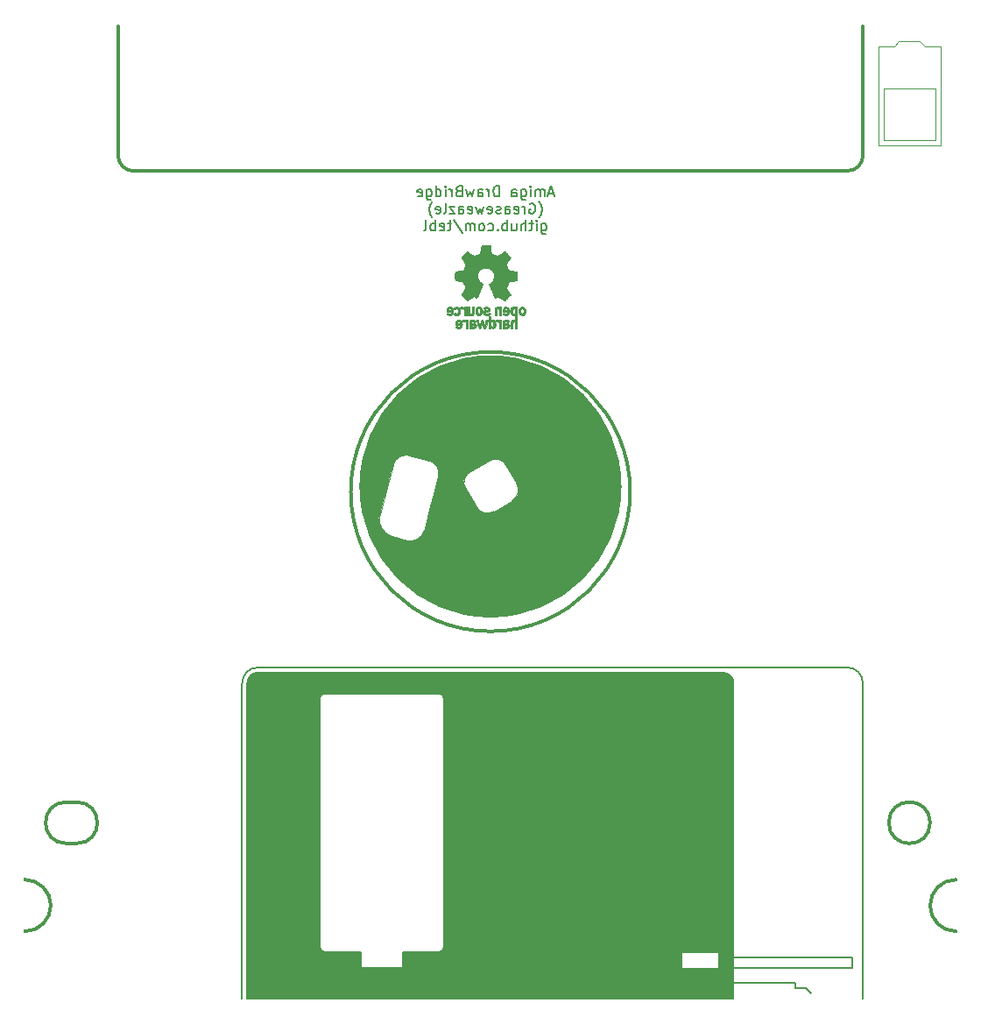
<source format=gbo>
G04 #@! TF.GenerationSoftware,KiCad,Pcbnew,(5.1.8)-1*
G04 #@! TF.CreationDate,2021-11-04T15:09:09+01:00*
G04 #@! TF.ProjectId,Greaseweazle FA1,47726561-7365-4776-9561-7a6c65204641,rev?*
G04 #@! TF.SameCoordinates,Original*
G04 #@! TF.FileFunction,Legend,Bot*
G04 #@! TF.FilePolarity,Positive*
%FSLAX46Y46*%
G04 Gerber Fmt 4.6, Leading zero omitted, Abs format (unit mm)*
G04 Created by KiCad (PCBNEW (5.1.8)-1) date 2021-11-04 15:09:09*
%MOMM*%
%LPD*%
G01*
G04 APERTURE LIST*
%ADD10C,0.150000*%
%ADD11C,0.120000*%
%ADD12C,0.100000*%
%ADD13C,0.300000*%
%ADD14C,0.200000*%
%ADD15C,0.010000*%
G04 APERTURE END LIST*
D10*
X159122238Y-71184666D02*
X158646047Y-71184666D01*
X159217476Y-71470380D02*
X158884142Y-70470380D01*
X158550809Y-71470380D01*
X158217476Y-71470380D02*
X158217476Y-70803714D01*
X158217476Y-70898952D02*
X158169857Y-70851333D01*
X158074619Y-70803714D01*
X157931761Y-70803714D01*
X157836523Y-70851333D01*
X157788904Y-70946571D01*
X157788904Y-71470380D01*
X157788904Y-70946571D02*
X157741285Y-70851333D01*
X157646047Y-70803714D01*
X157503190Y-70803714D01*
X157407952Y-70851333D01*
X157360333Y-70946571D01*
X157360333Y-71470380D01*
X156884142Y-71470380D02*
X156884142Y-70803714D01*
X156884142Y-70470380D02*
X156931761Y-70518000D01*
X156884142Y-70565619D01*
X156836523Y-70518000D01*
X156884142Y-70470380D01*
X156884142Y-70565619D01*
X155979380Y-70803714D02*
X155979380Y-71613238D01*
X156027000Y-71708476D01*
X156074619Y-71756095D01*
X156169857Y-71803714D01*
X156312714Y-71803714D01*
X156407952Y-71756095D01*
X155979380Y-71422761D02*
X156074619Y-71470380D01*
X156265095Y-71470380D01*
X156360333Y-71422761D01*
X156407952Y-71375142D01*
X156455571Y-71279904D01*
X156455571Y-70994190D01*
X156407952Y-70898952D01*
X156360333Y-70851333D01*
X156265095Y-70803714D01*
X156074619Y-70803714D01*
X155979380Y-70851333D01*
X155074619Y-71470380D02*
X155074619Y-70946571D01*
X155122238Y-70851333D01*
X155217476Y-70803714D01*
X155407952Y-70803714D01*
X155503190Y-70851333D01*
X155074619Y-71422761D02*
X155169857Y-71470380D01*
X155407952Y-71470380D01*
X155503190Y-71422761D01*
X155550809Y-71327523D01*
X155550809Y-71232285D01*
X155503190Y-71137047D01*
X155407952Y-71089428D01*
X155169857Y-71089428D01*
X155074619Y-71041809D01*
X153836523Y-71470380D02*
X153836523Y-70470380D01*
X153598428Y-70470380D01*
X153455571Y-70518000D01*
X153360333Y-70613238D01*
X153312714Y-70708476D01*
X153265095Y-70898952D01*
X153265095Y-71041809D01*
X153312714Y-71232285D01*
X153360333Y-71327523D01*
X153455571Y-71422761D01*
X153598428Y-71470380D01*
X153836523Y-71470380D01*
X152836523Y-71470380D02*
X152836523Y-70803714D01*
X152836523Y-70994190D02*
X152788904Y-70898952D01*
X152741285Y-70851333D01*
X152646047Y-70803714D01*
X152550809Y-70803714D01*
X151788904Y-71470380D02*
X151788904Y-70946571D01*
X151836523Y-70851333D01*
X151931761Y-70803714D01*
X152122238Y-70803714D01*
X152217476Y-70851333D01*
X151788904Y-71422761D02*
X151884142Y-71470380D01*
X152122238Y-71470380D01*
X152217476Y-71422761D01*
X152265095Y-71327523D01*
X152265095Y-71232285D01*
X152217476Y-71137047D01*
X152122238Y-71089428D01*
X151884142Y-71089428D01*
X151788904Y-71041809D01*
X151407952Y-70803714D02*
X151217476Y-71470380D01*
X151027000Y-70994190D01*
X150836523Y-71470380D01*
X150646047Y-70803714D01*
X149931761Y-70946571D02*
X149788904Y-70994190D01*
X149741285Y-71041809D01*
X149693666Y-71137047D01*
X149693666Y-71279904D01*
X149741285Y-71375142D01*
X149788904Y-71422761D01*
X149884142Y-71470380D01*
X150265095Y-71470380D01*
X150265095Y-70470380D01*
X149931761Y-70470380D01*
X149836523Y-70518000D01*
X149788904Y-70565619D01*
X149741285Y-70660857D01*
X149741285Y-70756095D01*
X149788904Y-70851333D01*
X149836523Y-70898952D01*
X149931761Y-70946571D01*
X150265095Y-70946571D01*
X149265095Y-71470380D02*
X149265095Y-70803714D01*
X149265095Y-70994190D02*
X149217476Y-70898952D01*
X149169857Y-70851333D01*
X149074619Y-70803714D01*
X148979380Y-70803714D01*
X148646047Y-71470380D02*
X148646047Y-70803714D01*
X148646047Y-70470380D02*
X148693666Y-70518000D01*
X148646047Y-70565619D01*
X148598428Y-70518000D01*
X148646047Y-70470380D01*
X148646047Y-70565619D01*
X147741285Y-71470380D02*
X147741285Y-70470380D01*
X147741285Y-71422761D02*
X147836523Y-71470380D01*
X148027000Y-71470380D01*
X148122238Y-71422761D01*
X148169857Y-71375142D01*
X148217476Y-71279904D01*
X148217476Y-70994190D01*
X148169857Y-70898952D01*
X148122238Y-70851333D01*
X148027000Y-70803714D01*
X147836523Y-70803714D01*
X147741285Y-70851333D01*
X146836523Y-70803714D02*
X146836523Y-71613238D01*
X146884142Y-71708476D01*
X146931761Y-71756095D01*
X147027000Y-71803714D01*
X147169857Y-71803714D01*
X147265095Y-71756095D01*
X146836523Y-71422761D02*
X146931761Y-71470380D01*
X147122238Y-71470380D01*
X147217476Y-71422761D01*
X147265095Y-71375142D01*
X147312714Y-71279904D01*
X147312714Y-70994190D01*
X147265095Y-70898952D01*
X147217476Y-70851333D01*
X147122238Y-70803714D01*
X146931761Y-70803714D01*
X146836523Y-70851333D01*
X145979380Y-71422761D02*
X146074619Y-71470380D01*
X146265095Y-71470380D01*
X146360333Y-71422761D01*
X146407952Y-71327523D01*
X146407952Y-70946571D01*
X146360333Y-70851333D01*
X146265095Y-70803714D01*
X146074619Y-70803714D01*
X145979380Y-70851333D01*
X145931761Y-70946571D01*
X145931761Y-71041809D01*
X146407952Y-71137047D01*
X157693666Y-73501333D02*
X157741285Y-73453714D01*
X157836523Y-73310857D01*
X157884142Y-73215619D01*
X157931761Y-73072761D01*
X157979380Y-72834666D01*
X157979380Y-72644190D01*
X157931761Y-72406095D01*
X157884142Y-72263238D01*
X157836523Y-72168000D01*
X157741285Y-72025142D01*
X157693666Y-71977523D01*
X156788904Y-72168000D02*
X156884142Y-72120380D01*
X157027000Y-72120380D01*
X157169857Y-72168000D01*
X157265095Y-72263238D01*
X157312714Y-72358476D01*
X157360333Y-72548952D01*
X157360333Y-72691809D01*
X157312714Y-72882285D01*
X157265095Y-72977523D01*
X157169857Y-73072761D01*
X157027000Y-73120380D01*
X156931761Y-73120380D01*
X156788904Y-73072761D01*
X156741285Y-73025142D01*
X156741285Y-72691809D01*
X156931761Y-72691809D01*
X156312714Y-73120380D02*
X156312714Y-72453714D01*
X156312714Y-72644190D02*
X156265095Y-72548952D01*
X156217476Y-72501333D01*
X156122238Y-72453714D01*
X156027000Y-72453714D01*
X155312714Y-73072761D02*
X155407952Y-73120380D01*
X155598428Y-73120380D01*
X155693666Y-73072761D01*
X155741285Y-72977523D01*
X155741285Y-72596571D01*
X155693666Y-72501333D01*
X155598428Y-72453714D01*
X155407952Y-72453714D01*
X155312714Y-72501333D01*
X155265095Y-72596571D01*
X155265095Y-72691809D01*
X155741285Y-72787047D01*
X154407952Y-73120380D02*
X154407952Y-72596571D01*
X154455571Y-72501333D01*
X154550809Y-72453714D01*
X154741285Y-72453714D01*
X154836523Y-72501333D01*
X154407952Y-73072761D02*
X154503190Y-73120380D01*
X154741285Y-73120380D01*
X154836523Y-73072761D01*
X154884142Y-72977523D01*
X154884142Y-72882285D01*
X154836523Y-72787047D01*
X154741285Y-72739428D01*
X154503190Y-72739428D01*
X154407952Y-72691809D01*
X153979380Y-73072761D02*
X153884142Y-73120380D01*
X153693666Y-73120380D01*
X153598428Y-73072761D01*
X153550809Y-72977523D01*
X153550809Y-72929904D01*
X153598428Y-72834666D01*
X153693666Y-72787047D01*
X153836523Y-72787047D01*
X153931761Y-72739428D01*
X153979380Y-72644190D01*
X153979380Y-72596571D01*
X153931761Y-72501333D01*
X153836523Y-72453714D01*
X153693666Y-72453714D01*
X153598428Y-72501333D01*
X152741285Y-73072761D02*
X152836523Y-73120380D01*
X153027000Y-73120380D01*
X153122238Y-73072761D01*
X153169857Y-72977523D01*
X153169857Y-72596571D01*
X153122238Y-72501333D01*
X153027000Y-72453714D01*
X152836523Y-72453714D01*
X152741285Y-72501333D01*
X152693666Y-72596571D01*
X152693666Y-72691809D01*
X153169857Y-72787047D01*
X152360333Y-72453714D02*
X152169857Y-73120380D01*
X151979380Y-72644190D01*
X151788904Y-73120380D01*
X151598428Y-72453714D01*
X150836523Y-73072761D02*
X150931761Y-73120380D01*
X151122238Y-73120380D01*
X151217476Y-73072761D01*
X151265095Y-72977523D01*
X151265095Y-72596571D01*
X151217476Y-72501333D01*
X151122238Y-72453714D01*
X150931761Y-72453714D01*
X150836523Y-72501333D01*
X150788904Y-72596571D01*
X150788904Y-72691809D01*
X151265095Y-72787047D01*
X149931761Y-73120380D02*
X149931761Y-72596571D01*
X149979380Y-72501333D01*
X150074619Y-72453714D01*
X150265095Y-72453714D01*
X150360333Y-72501333D01*
X149931761Y-73072761D02*
X150027000Y-73120380D01*
X150265095Y-73120380D01*
X150360333Y-73072761D01*
X150407952Y-72977523D01*
X150407952Y-72882285D01*
X150360333Y-72787047D01*
X150265095Y-72739428D01*
X150027000Y-72739428D01*
X149931761Y-72691809D01*
X149550809Y-72453714D02*
X149027000Y-72453714D01*
X149550809Y-73120380D01*
X149027000Y-73120380D01*
X148503190Y-73120380D02*
X148598428Y-73072761D01*
X148646047Y-72977523D01*
X148646047Y-72120380D01*
X147741285Y-73072761D02*
X147836523Y-73120380D01*
X148027000Y-73120380D01*
X148122238Y-73072761D01*
X148169857Y-72977523D01*
X148169857Y-72596571D01*
X148122238Y-72501333D01*
X148027000Y-72453714D01*
X147836523Y-72453714D01*
X147741285Y-72501333D01*
X147693666Y-72596571D01*
X147693666Y-72691809D01*
X148169857Y-72787047D01*
X147360333Y-73501333D02*
X147312714Y-73453714D01*
X147217476Y-73310857D01*
X147169857Y-73215619D01*
X147122238Y-73072761D01*
X147074619Y-72834666D01*
X147074619Y-72644190D01*
X147122238Y-72406095D01*
X147169857Y-72263238D01*
X147217476Y-72168000D01*
X147312714Y-72025142D01*
X147360333Y-71977523D01*
X157931761Y-74103714D02*
X157931761Y-74913238D01*
X157979380Y-75008476D01*
X158027000Y-75056095D01*
X158122238Y-75103714D01*
X158265095Y-75103714D01*
X158360333Y-75056095D01*
X157931761Y-74722761D02*
X158027000Y-74770380D01*
X158217476Y-74770380D01*
X158312714Y-74722761D01*
X158360333Y-74675142D01*
X158407952Y-74579904D01*
X158407952Y-74294190D01*
X158360333Y-74198952D01*
X158312714Y-74151333D01*
X158217476Y-74103714D01*
X158027000Y-74103714D01*
X157931761Y-74151333D01*
X157455571Y-74770380D02*
X157455571Y-74103714D01*
X157455571Y-73770380D02*
X157503190Y-73818000D01*
X157455571Y-73865619D01*
X157407952Y-73818000D01*
X157455571Y-73770380D01*
X157455571Y-73865619D01*
X157122238Y-74103714D02*
X156741285Y-74103714D01*
X156979380Y-73770380D02*
X156979380Y-74627523D01*
X156931761Y-74722761D01*
X156836523Y-74770380D01*
X156741285Y-74770380D01*
X156407952Y-74770380D02*
X156407952Y-73770380D01*
X155979380Y-74770380D02*
X155979380Y-74246571D01*
X156027000Y-74151333D01*
X156122238Y-74103714D01*
X156265095Y-74103714D01*
X156360333Y-74151333D01*
X156407952Y-74198952D01*
X155074619Y-74103714D02*
X155074619Y-74770380D01*
X155503190Y-74103714D02*
X155503190Y-74627523D01*
X155455571Y-74722761D01*
X155360333Y-74770380D01*
X155217476Y-74770380D01*
X155122238Y-74722761D01*
X155074619Y-74675142D01*
X154598428Y-74770380D02*
X154598428Y-73770380D01*
X154598428Y-74151333D02*
X154503190Y-74103714D01*
X154312714Y-74103714D01*
X154217476Y-74151333D01*
X154169857Y-74198952D01*
X154122238Y-74294190D01*
X154122238Y-74579904D01*
X154169857Y-74675142D01*
X154217476Y-74722761D01*
X154312714Y-74770380D01*
X154503190Y-74770380D01*
X154598428Y-74722761D01*
X153693666Y-74675142D02*
X153646047Y-74722761D01*
X153693666Y-74770380D01*
X153741285Y-74722761D01*
X153693666Y-74675142D01*
X153693666Y-74770380D01*
X152788904Y-74722761D02*
X152884142Y-74770380D01*
X153074619Y-74770380D01*
X153169857Y-74722761D01*
X153217476Y-74675142D01*
X153265095Y-74579904D01*
X153265095Y-74294190D01*
X153217476Y-74198952D01*
X153169857Y-74151333D01*
X153074619Y-74103714D01*
X152884142Y-74103714D01*
X152788904Y-74151333D01*
X152217476Y-74770380D02*
X152312714Y-74722761D01*
X152360333Y-74675142D01*
X152407952Y-74579904D01*
X152407952Y-74294190D01*
X152360333Y-74198952D01*
X152312714Y-74151333D01*
X152217476Y-74103714D01*
X152074619Y-74103714D01*
X151979380Y-74151333D01*
X151931761Y-74198952D01*
X151884142Y-74294190D01*
X151884142Y-74579904D01*
X151931761Y-74675142D01*
X151979380Y-74722761D01*
X152074619Y-74770380D01*
X152217476Y-74770380D01*
X151455571Y-74770380D02*
X151455571Y-74103714D01*
X151455571Y-74198952D02*
X151407952Y-74151333D01*
X151312714Y-74103714D01*
X151169857Y-74103714D01*
X151074619Y-74151333D01*
X151027000Y-74246571D01*
X151027000Y-74770380D01*
X151027000Y-74246571D02*
X150979380Y-74151333D01*
X150884142Y-74103714D01*
X150741285Y-74103714D01*
X150646047Y-74151333D01*
X150598428Y-74246571D01*
X150598428Y-74770380D01*
X149407952Y-73722761D02*
X150265095Y-75008476D01*
X149217476Y-74103714D02*
X148836523Y-74103714D01*
X149074619Y-73770380D02*
X149074619Y-74627523D01*
X149027000Y-74722761D01*
X148931761Y-74770380D01*
X148836523Y-74770380D01*
X148122238Y-74722761D02*
X148217476Y-74770380D01*
X148407952Y-74770380D01*
X148503190Y-74722761D01*
X148550809Y-74627523D01*
X148550809Y-74246571D01*
X148503190Y-74151333D01*
X148407952Y-74103714D01*
X148217476Y-74103714D01*
X148122238Y-74151333D01*
X148074619Y-74246571D01*
X148074619Y-74341809D01*
X148550809Y-74437047D01*
X147646047Y-74770380D02*
X147646047Y-73770380D01*
X147646047Y-74151333D02*
X147550809Y-74103714D01*
X147360333Y-74103714D01*
X147265095Y-74151333D01*
X147217476Y-74198952D01*
X147169857Y-74294190D01*
X147169857Y-74579904D01*
X147217476Y-74675142D01*
X147265095Y-74722761D01*
X147360333Y-74770380D01*
X147550809Y-74770380D01*
X147646047Y-74722761D01*
X146598428Y-74770380D02*
X146693666Y-74722761D01*
X146741285Y-74627523D01*
X146741285Y-73770380D01*
D11*
X191000000Y-61000000D02*
X191000000Y-66000000D01*
X196000000Y-61000000D02*
X191000000Y-61000000D01*
X196000000Y-66000000D02*
X196000000Y-61000000D01*
X191000000Y-66000000D02*
X196000000Y-66000000D01*
D12*
G36*
X155700000Y-87300000D02*
G01*
X157800000Y-87900000D01*
X159500000Y-88800000D01*
X161300000Y-90100000D01*
X162400000Y-91300000D01*
X163100000Y-92100000D01*
X163800000Y-93200000D01*
X164200000Y-94000000D01*
X147100000Y-88500000D01*
X148400000Y-87900000D01*
X150300000Y-87300000D01*
X152000000Y-87000000D01*
X153600000Y-87000000D01*
X155700000Y-87300000D01*
G37*
X155700000Y-87300000D02*
X157800000Y-87900000D01*
X159500000Y-88800000D01*
X161300000Y-90100000D01*
X162400000Y-91300000D01*
X163100000Y-92100000D01*
X163800000Y-93200000D01*
X164200000Y-94000000D01*
X147100000Y-88500000D01*
X148400000Y-87900000D01*
X150300000Y-87300000D01*
X152000000Y-87000000D01*
X153600000Y-87000000D01*
X155700000Y-87300000D01*
G36*
X150500000Y-98700000D02*
G01*
X150400000Y-99100000D01*
X150500000Y-99400000D01*
X150615185Y-99711237D01*
X150800000Y-100000000D01*
X147600000Y-100000000D01*
X147953637Y-98530233D01*
X148000000Y-98200000D01*
X150800000Y-98200000D01*
X150500000Y-98700000D01*
G37*
X150500000Y-98700000D02*
X150400000Y-99100000D01*
X150500000Y-99400000D01*
X150615185Y-99711237D01*
X150800000Y-100000000D01*
X147600000Y-100000000D01*
X147953637Y-98530233D01*
X148000000Y-98200000D01*
X150800000Y-98200000D01*
X150500000Y-98700000D01*
G36*
X164200000Y-94000000D02*
G01*
X165100000Y-96300000D01*
X165500000Y-98900000D01*
X165300000Y-101700000D01*
X164800000Y-103700000D01*
X146530132Y-103842824D01*
X146700000Y-103200000D01*
X147200000Y-101400000D01*
X147600000Y-100000000D01*
X150800000Y-100000000D01*
X151615185Y-101443288D01*
X151900000Y-101800000D01*
X152300000Y-102000000D01*
X152800000Y-102100000D01*
X153100000Y-102000000D01*
X153500000Y-101800000D01*
X155200000Y-100800000D01*
X155400000Y-100600000D01*
X155600000Y-100300000D01*
X155700000Y-99800000D01*
X155600000Y-99400000D01*
X155300000Y-98800000D01*
X154400000Y-97300000D01*
X154100000Y-97000000D01*
X153500000Y-96800000D01*
X153000000Y-96900000D01*
X150800000Y-98200000D01*
X148000000Y-98200000D01*
X147900000Y-97700000D01*
X147800000Y-97500000D01*
X147500000Y-97200000D01*
X147069753Y-96999301D01*
X147100000Y-88500000D01*
X164200000Y-94000000D01*
G37*
X164200000Y-94000000D02*
X165100000Y-96300000D01*
X165500000Y-98900000D01*
X165300000Y-101700000D01*
X164800000Y-103700000D01*
X146530132Y-103842824D01*
X146700000Y-103200000D01*
X147200000Y-101400000D01*
X147600000Y-100000000D01*
X150800000Y-100000000D01*
X151615185Y-101443288D01*
X151900000Y-101800000D01*
X152300000Y-102000000D01*
X152800000Y-102100000D01*
X153100000Y-102000000D01*
X153500000Y-101800000D01*
X155200000Y-100800000D01*
X155400000Y-100600000D01*
X155600000Y-100300000D01*
X155700000Y-99800000D01*
X155600000Y-99400000D01*
X155300000Y-98800000D01*
X154400000Y-97300000D01*
X154100000Y-97000000D01*
X153500000Y-96800000D01*
X153000000Y-96900000D01*
X150800000Y-98200000D01*
X148000000Y-98200000D01*
X147900000Y-97700000D01*
X147800000Y-97500000D01*
X147500000Y-97200000D01*
X147069753Y-96999301D01*
X147100000Y-88500000D01*
X164200000Y-94000000D01*
G36*
X143200000Y-98900000D02*
G01*
X142312875Y-102195177D01*
X142200000Y-102700000D01*
X142500000Y-103600000D01*
X142800000Y-103900000D01*
X143200000Y-104200000D01*
X143800000Y-104400000D01*
X144900000Y-104700000D01*
X145300000Y-104800000D01*
X145800000Y-104700000D01*
X146100000Y-104500000D01*
X146400000Y-104200000D01*
X146530132Y-103842824D01*
X164800000Y-103700000D01*
X163800000Y-105700000D01*
X162600000Y-107500000D01*
X161400000Y-108700000D01*
X160000000Y-109900000D01*
X158500000Y-110700000D01*
X157400000Y-111200000D01*
X155700000Y-111700000D01*
X154400000Y-111900000D01*
X152800000Y-112000000D01*
X151200000Y-111900000D01*
X149700000Y-111600000D01*
X148100000Y-111000000D01*
X146700000Y-110300000D01*
X145100000Y-109200000D01*
X143700000Y-107900000D01*
X142700000Y-106600000D01*
X141800000Y-105100000D01*
X141200000Y-103600000D01*
X140700000Y-102000000D01*
X140500000Y-100600000D01*
X140500000Y-98900000D01*
X140700000Y-97400000D01*
X143600000Y-97400000D01*
X143200000Y-98900000D01*
G37*
X143200000Y-98900000D02*
X142312875Y-102195177D01*
X142200000Y-102700000D01*
X142500000Y-103600000D01*
X142800000Y-103900000D01*
X143200000Y-104200000D01*
X143800000Y-104400000D01*
X144900000Y-104700000D01*
X145300000Y-104800000D01*
X145800000Y-104700000D01*
X146100000Y-104500000D01*
X146400000Y-104200000D01*
X146530132Y-103842824D01*
X164800000Y-103700000D01*
X163800000Y-105700000D01*
X162600000Y-107500000D01*
X161400000Y-108700000D01*
X160000000Y-109900000D01*
X158500000Y-110700000D01*
X157400000Y-111200000D01*
X155700000Y-111700000D01*
X154400000Y-111900000D01*
X152800000Y-112000000D01*
X151200000Y-111900000D01*
X149700000Y-111600000D01*
X148100000Y-111000000D01*
X146700000Y-110300000D01*
X145100000Y-109200000D01*
X143700000Y-107900000D01*
X142700000Y-106600000D01*
X141800000Y-105100000D01*
X141200000Y-103600000D01*
X140700000Y-102000000D01*
X140500000Y-100600000D01*
X140500000Y-98900000D01*
X140700000Y-97400000D01*
X143600000Y-97400000D01*
X143200000Y-98900000D01*
G36*
X147069753Y-96999301D02*
G01*
X145300000Y-96500000D01*
X144800000Y-96400000D01*
X144200000Y-96600000D01*
X143800000Y-96900000D01*
X143606970Y-97365549D01*
X143600000Y-97400000D01*
X140700000Y-97400000D01*
X141200000Y-95400000D01*
X141900000Y-93800000D01*
X142900000Y-92200000D01*
X143600000Y-91300000D01*
X145800000Y-89300000D01*
X147100000Y-88500000D01*
X147069753Y-96999301D01*
G37*
X147069753Y-96999301D02*
X145300000Y-96500000D01*
X144800000Y-96400000D01*
X144200000Y-96600000D01*
X143800000Y-96900000D01*
X143606970Y-97365549D01*
X143600000Y-97400000D01*
X140700000Y-97400000D01*
X141200000Y-95400000D01*
X141900000Y-93800000D01*
X142900000Y-92200000D01*
X143600000Y-91300000D01*
X145800000Y-89300000D01*
X147100000Y-88500000D01*
X147069753Y-96999301D01*
G36*
X176000000Y-117600000D02*
G01*
X176400000Y-118000000D01*
X176500000Y-118500000D01*
X176500000Y-144500000D01*
X171500000Y-144500000D01*
X171500000Y-146000000D01*
X148500000Y-146000000D01*
X148500000Y-120000000D01*
X148700000Y-117500000D01*
X175500000Y-117500000D01*
X176000000Y-117600000D01*
G37*
X176000000Y-117600000D02*
X176400000Y-118000000D01*
X176500000Y-118500000D01*
X176500000Y-144500000D01*
X171500000Y-144500000D01*
X171500000Y-146000000D01*
X148500000Y-146000000D01*
X148500000Y-120000000D01*
X148700000Y-117500000D01*
X175500000Y-117500000D01*
X176000000Y-117600000D01*
G36*
X148700000Y-120000000D02*
G01*
X148500000Y-120000000D01*
X148500000Y-119800000D01*
X148300000Y-119600000D01*
X148000000Y-119500000D01*
X136800000Y-119500000D01*
X136600000Y-119700000D01*
X136500000Y-120000000D01*
X136500000Y-144100000D01*
X136700000Y-144400000D01*
X137000000Y-144500000D01*
X140500000Y-144500000D01*
X140500000Y-146000000D01*
X144500000Y-146000000D01*
X144500000Y-144500000D01*
X148200000Y-144500000D01*
X148400000Y-144300000D01*
X148500000Y-144000000D01*
X148500000Y-146000000D01*
X175000000Y-146000000D01*
X175000000Y-144500000D01*
X176500000Y-144500000D01*
X176500000Y-149000000D01*
X129500000Y-149000000D01*
X129500000Y-118300000D01*
X129600000Y-118100000D01*
X129800000Y-117800000D01*
X130100000Y-117600000D01*
X130500000Y-117500000D01*
X148700000Y-117500000D01*
X148700000Y-120000000D01*
G37*
X148700000Y-120000000D02*
X148500000Y-120000000D01*
X148500000Y-119800000D01*
X148300000Y-119600000D01*
X148000000Y-119500000D01*
X136800000Y-119500000D01*
X136600000Y-119700000D01*
X136500000Y-120000000D01*
X136500000Y-144100000D01*
X136700000Y-144400000D01*
X137000000Y-144500000D01*
X140500000Y-144500000D01*
X140500000Y-146000000D01*
X144500000Y-146000000D01*
X144500000Y-144500000D01*
X148200000Y-144500000D01*
X148400000Y-144300000D01*
X148500000Y-144000000D01*
X148500000Y-146000000D01*
X175000000Y-146000000D01*
X175000000Y-144500000D01*
X176500000Y-144500000D01*
X176500000Y-149000000D01*
X129500000Y-149000000D01*
X129500000Y-118300000D01*
X129600000Y-118100000D01*
X129800000Y-117800000D01*
X130100000Y-117600000D01*
X130500000Y-117500000D01*
X148700000Y-117500000D01*
X148700000Y-120000000D01*
D11*
X143606970Y-97365548D02*
X142312875Y-102195177D01*
X143550312Y-104338481D02*
X144999201Y-104726709D01*
X143550312Y-104338480D02*
G75*
G02*
X142312875Y-102195177I452933J1690370D01*
G01*
X146530132Y-103842824D02*
G75*
G02*
X144999201Y-104726709I-1207408J323523D01*
G01*
X147069753Y-96999302D02*
X145137901Y-96481664D01*
X146530132Y-103842825D02*
X147953637Y-98530233D01*
X147069753Y-96999301D02*
G75*
G02*
X147953637Y-98530233I-323524J-1207408D01*
G01*
X143606970Y-97365549D02*
G75*
G02*
X145137901Y-96481664I1207408J-323523D01*
G01*
X155512299Y-99193288D02*
G75*
G02*
X155054767Y-100900820I-1082532J-625000D01*
G01*
X153322716Y-101900819D02*
G75*
G02*
X151615185Y-101443288I-625000J1082531D01*
G01*
X150615184Y-99711237D02*
G75*
G02*
X151072716Y-98003705I1082532J625000D01*
G01*
X152804767Y-97003705D02*
G75*
G02*
X154512299Y-97461237I625000J-1082532D01*
G01*
X152804767Y-97003705D02*
X151072716Y-98003705D01*
X155512299Y-99193288D02*
X154512299Y-97461237D01*
X153322716Y-101900820D02*
X155054767Y-100900820D01*
X150615185Y-99711237D02*
X151615185Y-101443288D01*
D13*
X165500000Y-99500000D02*
G75*
G03*
X165500000Y-99500000I-12500000J0D01*
G01*
X166500000Y-100000000D02*
G75*
G03*
X166500000Y-100000000I-13500000J0D01*
G01*
D11*
X194500000Y-56500000D02*
X192500000Y-56500000D01*
X192000000Y-57000000D02*
X190500000Y-57000000D01*
X192500000Y-56500000D02*
X192000000Y-57000000D01*
X195000000Y-57000000D02*
X196500000Y-57000000D01*
X194500000Y-56500000D02*
X195000000Y-57000000D01*
X196500000Y-66500000D02*
X190500000Y-66500000D01*
X196500000Y-57000000D02*
X196500000Y-66500000D01*
X190500000Y-66500000D02*
X190500000Y-57000000D01*
D14*
X183500000Y-148000000D02*
X184000000Y-148500000D01*
X182500000Y-148000000D02*
X183500000Y-148000000D01*
X182500000Y-147500000D02*
X182500000Y-148000000D01*
X176500000Y-147500000D02*
X182500000Y-147500000D01*
D13*
X113000000Y-134000000D02*
X112000000Y-134000000D01*
X113000000Y-130000000D02*
X112000000Y-130000000D01*
X113000000Y-130000000D02*
G75*
G02*
X113000000Y-134000000I0J-2000000D01*
G01*
X112000000Y-134000000D02*
G75*
G02*
X112000000Y-130000000I0J2000000D01*
G01*
X195500000Y-132000000D02*
G75*
G03*
X195500000Y-132000000I-2000000J0D01*
G01*
X110500000Y-140000000D02*
G75*
G02*
X108000000Y-142500000I-2500000J0D01*
G01*
X108000000Y-137500000D02*
G75*
G02*
X110500000Y-140000000I0J-2500000D01*
G01*
X198000000Y-142500000D02*
G75*
G02*
X195500000Y-140000000I0J2500000D01*
G01*
X195500000Y-140000000D02*
G75*
G02*
X198000000Y-137500000I2500000J0D01*
G01*
D14*
X188000000Y-145000000D02*
X176500000Y-145000000D01*
X188000000Y-146000000D02*
X188000000Y-145000000D01*
X176500000Y-146000000D02*
X188000000Y-146000000D01*
D11*
X171500000Y-144500000D02*
X175000000Y-144500000D01*
X171500000Y-146000000D02*
X171500000Y-144500000D01*
X175000000Y-146000000D02*
X171500000Y-146000000D01*
X175000000Y-144500000D02*
X175000000Y-146000000D01*
D14*
X148000000Y-144500000D02*
X144500000Y-144500000D01*
X137000000Y-119500000D02*
X148000000Y-119500000D01*
X148500000Y-120000000D02*
X148500000Y-144000000D01*
X148000000Y-119500000D02*
G75*
G02*
X148500000Y-120000000I0J-500000D01*
G01*
X136500000Y-120000000D02*
X136500000Y-144000000D01*
X137000000Y-144500000D02*
G75*
G02*
X136500000Y-144000000I0J500000D01*
G01*
X137000000Y-144500000D02*
X140500000Y-144500000D01*
X136500000Y-120000000D02*
G75*
G02*
X137000000Y-119500000I500000J0D01*
G01*
X148500000Y-144000000D02*
G75*
G02*
X148000000Y-144500000I-500000J0D01*
G01*
X140500000Y-144500000D02*
X140500000Y-146000000D01*
X144500000Y-144500000D02*
X144500000Y-146000000D01*
X140500000Y-146000000D02*
X144500000Y-146000000D01*
X129500000Y-118500000D02*
G75*
G02*
X130500000Y-117500000I1000000J0D01*
G01*
X175500000Y-117500000D02*
G75*
G02*
X176500000Y-118500000I0J-1000000D01*
G01*
X129500000Y-118500000D02*
X129500000Y-149000000D01*
X176500000Y-118500000D02*
X176500000Y-149000000D01*
X130500000Y-117500000D02*
X175500000Y-117500000D01*
X130500000Y-117000000D02*
X187500000Y-117000000D01*
X129000000Y-118500000D02*
X129000000Y-149000000D01*
X187500000Y-117000000D02*
G75*
G02*
X189000000Y-118500000I0J-1500000D01*
G01*
X189000000Y-118500000D02*
X189000000Y-149000000D01*
X129000000Y-118500000D02*
G75*
G02*
X130500000Y-117000000I1500000J0D01*
G01*
D13*
X189000000Y-55000000D02*
X189000000Y-67500000D01*
X117000000Y-55000000D02*
X117000000Y-67500000D01*
X118500000Y-69000000D02*
G75*
G02*
X117000000Y-67500000I0J1500000D01*
G01*
X189000000Y-67500000D02*
G75*
G02*
X187500000Y-69000000I-1500000J0D01*
G01*
X187500000Y-69000000D02*
X118500000Y-69000000D01*
D15*
G36*
X152061036Y-76598576D02*
G01*
X151985487Y-76999322D01*
X151427959Y-77229154D01*
X151093535Y-77001748D01*
X150999878Y-76938431D01*
X150915218Y-76881896D01*
X150843505Y-76834727D01*
X150788689Y-76799502D01*
X150754720Y-76778805D01*
X150745470Y-76774342D01*
X150728805Y-76785820D01*
X150693194Y-76817551D01*
X150642629Y-76865483D01*
X150581100Y-76925562D01*
X150512601Y-76993733D01*
X150441121Y-77065945D01*
X150370653Y-77138142D01*
X150305189Y-77206273D01*
X150248720Y-77266283D01*
X150205237Y-77314119D01*
X150178732Y-77345727D01*
X150172395Y-77356305D01*
X150181514Y-77375806D01*
X150207080Y-77418531D01*
X150246403Y-77480298D01*
X150296797Y-77556931D01*
X150355573Y-77644248D01*
X150389632Y-77694052D01*
X150451711Y-77784993D01*
X150506874Y-77867059D01*
X150552446Y-77936163D01*
X150585750Y-77988222D01*
X150604110Y-78019150D01*
X150606869Y-78025650D01*
X150600615Y-78044121D01*
X150583566Y-78087172D01*
X150558297Y-78148749D01*
X150527378Y-78222799D01*
X150493382Y-78303270D01*
X150458882Y-78384107D01*
X150426449Y-78459258D01*
X150398657Y-78522671D01*
X150378077Y-78568293D01*
X150367281Y-78590069D01*
X150366644Y-78590926D01*
X150349693Y-78595084D01*
X150304549Y-78604361D01*
X150235890Y-78617844D01*
X150148398Y-78634621D01*
X150046750Y-78653781D01*
X149987444Y-78664830D01*
X149878828Y-78685510D01*
X149780723Y-78705189D01*
X149698091Y-78722789D01*
X149635896Y-78737233D01*
X149599101Y-78747446D01*
X149591704Y-78750686D01*
X149584460Y-78772617D01*
X149578615Y-78822147D01*
X149574165Y-78893485D01*
X149571107Y-78980839D01*
X149569435Y-79078417D01*
X149569147Y-79180426D01*
X149570239Y-79281075D01*
X149572706Y-79374572D01*
X149576544Y-79455125D01*
X149581750Y-79516942D01*
X149588319Y-79554230D01*
X149592259Y-79561993D01*
X149615812Y-79571298D01*
X149665718Y-79584600D01*
X149735377Y-79600337D01*
X149818187Y-79616946D01*
X149847095Y-79622319D01*
X149986469Y-79647848D01*
X150096564Y-79668408D01*
X150181018Y-79684815D01*
X150243470Y-79697887D01*
X150287556Y-79708441D01*
X150316915Y-79717294D01*
X150335185Y-79725263D01*
X150346002Y-79733165D01*
X150347515Y-79734727D01*
X150362623Y-79759886D01*
X150385671Y-79808850D01*
X150414356Y-79875621D01*
X150446378Y-79954205D01*
X150479435Y-80038607D01*
X150511227Y-80122830D01*
X150539451Y-80200879D01*
X150561807Y-80266759D01*
X150575993Y-80314473D01*
X150579707Y-80338027D01*
X150579398Y-80338852D01*
X150566811Y-80358104D01*
X150538256Y-80400463D01*
X150496733Y-80461521D01*
X150445244Y-80536868D01*
X150386789Y-80622096D01*
X150370142Y-80646315D01*
X150310785Y-80734123D01*
X150258553Y-80814238D01*
X150216292Y-80882062D01*
X150186847Y-80932993D01*
X150173063Y-80962431D01*
X150172395Y-80966048D01*
X150183976Y-80985057D01*
X150215976Y-81022714D01*
X150264282Y-81074973D01*
X150324780Y-81137786D01*
X150393356Y-81207106D01*
X150465896Y-81278885D01*
X150538288Y-81349077D01*
X150606416Y-81413635D01*
X150666168Y-81468510D01*
X150713429Y-81509656D01*
X150744087Y-81533026D01*
X150752568Y-81536842D01*
X150772309Y-81527855D01*
X150812726Y-81503616D01*
X150867237Y-81468209D01*
X150909177Y-81439711D01*
X150985171Y-81387418D01*
X151075166Y-81325845D01*
X151165436Y-81264370D01*
X151213968Y-81231469D01*
X151378238Y-81120359D01*
X151516131Y-81194916D01*
X151578951Y-81227578D01*
X151632371Y-81252966D01*
X151668516Y-81267446D01*
X151677716Y-81269460D01*
X151688779Y-81254584D01*
X151710606Y-81212547D01*
X151741566Y-81147227D01*
X151780030Y-81062500D01*
X151824368Y-80962245D01*
X151872953Y-80850339D01*
X151924154Y-80730659D01*
X151976341Y-80607084D01*
X152027887Y-80483491D01*
X152077160Y-80363757D01*
X152122533Y-80251759D01*
X152162375Y-80151377D01*
X152195058Y-80066486D01*
X152218951Y-80000965D01*
X152232426Y-79958690D01*
X152234594Y-79944172D01*
X152217417Y-79925653D01*
X152179810Y-79895590D01*
X152129634Y-79860232D01*
X152125422Y-79857434D01*
X151995736Y-79753625D01*
X151891166Y-79632515D01*
X151812619Y-79497976D01*
X151761001Y-79353882D01*
X151737218Y-79204105D01*
X151742177Y-79052517D01*
X151776783Y-78902992D01*
X151841943Y-78759400D01*
X151861114Y-78727984D01*
X151960826Y-78601125D01*
X152078623Y-78499255D01*
X152210429Y-78422904D01*
X152352167Y-78372602D01*
X152499758Y-78348879D01*
X152649127Y-78352265D01*
X152796197Y-78383288D01*
X152936889Y-78442480D01*
X153067127Y-78530369D01*
X153107414Y-78566042D01*
X153209945Y-78677706D01*
X153284659Y-78795257D01*
X153335910Y-78927020D01*
X153364454Y-79057507D01*
X153371500Y-79204216D01*
X153348004Y-79351653D01*
X153296351Y-79494834D01*
X153218929Y-79628777D01*
X153118125Y-79748498D01*
X152996324Y-79849014D01*
X152980316Y-79859609D01*
X152929602Y-79894306D01*
X152891050Y-79924370D01*
X152872619Y-79943565D01*
X152872351Y-79944172D01*
X152876308Y-79964936D01*
X152891993Y-80012062D01*
X152917778Y-80081673D01*
X152952031Y-80169893D01*
X152993123Y-80272844D01*
X153039424Y-80386650D01*
X153089304Y-80507435D01*
X153141133Y-80631321D01*
X153193281Y-80754432D01*
X153244118Y-80872891D01*
X153292013Y-80982823D01*
X153335338Y-81080349D01*
X153372462Y-81161593D01*
X153401756Y-81222679D01*
X153421588Y-81259730D01*
X153429574Y-81269460D01*
X153453979Y-81261883D01*
X153499642Y-81241560D01*
X153558690Y-81212125D01*
X153591160Y-81194916D01*
X153729053Y-81120359D01*
X153893323Y-81231469D01*
X153977179Y-81288390D01*
X154068987Y-81351030D01*
X154155020Y-81410011D01*
X154198113Y-81439711D01*
X154258723Y-81480410D01*
X154310045Y-81512663D01*
X154345385Y-81532384D01*
X154356863Y-81536554D01*
X154373570Y-81525307D01*
X154410546Y-81493911D01*
X154464205Y-81445624D01*
X154530962Y-81383708D01*
X154607234Y-81311421D01*
X154655473Y-81265008D01*
X154739867Y-81182087D01*
X154812803Y-81107920D01*
X154871331Y-81045680D01*
X154912503Y-80998541D01*
X154933372Y-80969673D01*
X154935374Y-80963815D01*
X154926083Y-80941532D01*
X154900409Y-80896477D01*
X154861200Y-80833211D01*
X154811303Y-80756295D01*
X154753567Y-80670292D01*
X154737149Y-80646315D01*
X154677323Y-80559170D01*
X154623650Y-80480710D01*
X154579130Y-80415345D01*
X154546765Y-80367484D01*
X154529555Y-80341535D01*
X154527893Y-80338852D01*
X154530379Y-80318172D01*
X154543577Y-80272704D01*
X154565186Y-80208444D01*
X154592904Y-80131387D01*
X154624430Y-80047529D01*
X154657463Y-79962866D01*
X154689701Y-79883392D01*
X154718843Y-79815104D01*
X154742588Y-79763997D01*
X154758635Y-79736067D01*
X154759775Y-79734727D01*
X154769588Y-79726745D01*
X154786161Y-79718851D01*
X154813132Y-79710229D01*
X154854139Y-79700062D01*
X154912820Y-79687531D01*
X154992813Y-79671821D01*
X155097755Y-79652113D01*
X155231285Y-79627592D01*
X155260196Y-79622319D01*
X155345882Y-79605764D01*
X155420582Y-79589569D01*
X155477694Y-79575296D01*
X155510617Y-79564508D01*
X155515031Y-79561993D01*
X155522306Y-79539696D01*
X155528219Y-79489869D01*
X155532766Y-79418304D01*
X155535945Y-79330793D01*
X155537749Y-79233128D01*
X155538177Y-79131101D01*
X155537223Y-79030503D01*
X155534884Y-78937127D01*
X155531156Y-78856765D01*
X155526034Y-78795209D01*
X155519516Y-78758250D01*
X155515586Y-78750686D01*
X155493708Y-78743056D01*
X155443891Y-78730642D01*
X155371097Y-78714522D01*
X155280289Y-78695773D01*
X155176431Y-78675471D01*
X155119846Y-78664830D01*
X155012486Y-78644760D01*
X154916746Y-78626580D01*
X154837306Y-78611199D01*
X154778846Y-78599531D01*
X154746045Y-78592488D01*
X154740646Y-78590926D01*
X154731522Y-78573322D01*
X154712235Y-78530918D01*
X154685355Y-78469772D01*
X154653454Y-78395943D01*
X154619102Y-78315489D01*
X154584871Y-78234468D01*
X154553331Y-78158937D01*
X154527054Y-78094955D01*
X154508611Y-78048580D01*
X154500571Y-78025869D01*
X154500422Y-78024876D01*
X154509535Y-78006961D01*
X154535086Y-77965733D01*
X154574388Y-77905291D01*
X154624757Y-77829731D01*
X154683506Y-77743152D01*
X154717658Y-77693421D01*
X154779890Y-77602236D01*
X154835164Y-77519449D01*
X154880782Y-77449249D01*
X154914048Y-77395824D01*
X154932264Y-77363361D01*
X154934895Y-77356083D01*
X154923586Y-77339145D01*
X154892319Y-77302978D01*
X154845090Y-77251635D01*
X154785892Y-77189167D01*
X154718719Y-77119626D01*
X154647566Y-77047065D01*
X154576426Y-76975535D01*
X154509293Y-76909087D01*
X154450161Y-76851774D01*
X154403025Y-76807647D01*
X154371877Y-76780759D01*
X154361457Y-76774342D01*
X154344491Y-76783365D01*
X154303911Y-76808715D01*
X154243663Y-76847810D01*
X154167693Y-76898071D01*
X154079946Y-76956917D01*
X154013756Y-77001748D01*
X153679332Y-77229154D01*
X153400567Y-77114238D01*
X153121803Y-76999322D01*
X153046254Y-76598576D01*
X152970706Y-76197829D01*
X152136585Y-76197829D01*
X152061036Y-76598576D01*
G37*
X152061036Y-76598576D02*
X151985487Y-76999322D01*
X151427959Y-77229154D01*
X151093535Y-77001748D01*
X150999878Y-76938431D01*
X150915218Y-76881896D01*
X150843505Y-76834727D01*
X150788689Y-76799502D01*
X150754720Y-76778805D01*
X150745470Y-76774342D01*
X150728805Y-76785820D01*
X150693194Y-76817551D01*
X150642629Y-76865483D01*
X150581100Y-76925562D01*
X150512601Y-76993733D01*
X150441121Y-77065945D01*
X150370653Y-77138142D01*
X150305189Y-77206273D01*
X150248720Y-77266283D01*
X150205237Y-77314119D01*
X150178732Y-77345727D01*
X150172395Y-77356305D01*
X150181514Y-77375806D01*
X150207080Y-77418531D01*
X150246403Y-77480298D01*
X150296797Y-77556931D01*
X150355573Y-77644248D01*
X150389632Y-77694052D01*
X150451711Y-77784993D01*
X150506874Y-77867059D01*
X150552446Y-77936163D01*
X150585750Y-77988222D01*
X150604110Y-78019150D01*
X150606869Y-78025650D01*
X150600615Y-78044121D01*
X150583566Y-78087172D01*
X150558297Y-78148749D01*
X150527378Y-78222799D01*
X150493382Y-78303270D01*
X150458882Y-78384107D01*
X150426449Y-78459258D01*
X150398657Y-78522671D01*
X150378077Y-78568293D01*
X150367281Y-78590069D01*
X150366644Y-78590926D01*
X150349693Y-78595084D01*
X150304549Y-78604361D01*
X150235890Y-78617844D01*
X150148398Y-78634621D01*
X150046750Y-78653781D01*
X149987444Y-78664830D01*
X149878828Y-78685510D01*
X149780723Y-78705189D01*
X149698091Y-78722789D01*
X149635896Y-78737233D01*
X149599101Y-78747446D01*
X149591704Y-78750686D01*
X149584460Y-78772617D01*
X149578615Y-78822147D01*
X149574165Y-78893485D01*
X149571107Y-78980839D01*
X149569435Y-79078417D01*
X149569147Y-79180426D01*
X149570239Y-79281075D01*
X149572706Y-79374572D01*
X149576544Y-79455125D01*
X149581750Y-79516942D01*
X149588319Y-79554230D01*
X149592259Y-79561993D01*
X149615812Y-79571298D01*
X149665718Y-79584600D01*
X149735377Y-79600337D01*
X149818187Y-79616946D01*
X149847095Y-79622319D01*
X149986469Y-79647848D01*
X150096564Y-79668408D01*
X150181018Y-79684815D01*
X150243470Y-79697887D01*
X150287556Y-79708441D01*
X150316915Y-79717294D01*
X150335185Y-79725263D01*
X150346002Y-79733165D01*
X150347515Y-79734727D01*
X150362623Y-79759886D01*
X150385671Y-79808850D01*
X150414356Y-79875621D01*
X150446378Y-79954205D01*
X150479435Y-80038607D01*
X150511227Y-80122830D01*
X150539451Y-80200879D01*
X150561807Y-80266759D01*
X150575993Y-80314473D01*
X150579707Y-80338027D01*
X150579398Y-80338852D01*
X150566811Y-80358104D01*
X150538256Y-80400463D01*
X150496733Y-80461521D01*
X150445244Y-80536868D01*
X150386789Y-80622096D01*
X150370142Y-80646315D01*
X150310785Y-80734123D01*
X150258553Y-80814238D01*
X150216292Y-80882062D01*
X150186847Y-80932993D01*
X150173063Y-80962431D01*
X150172395Y-80966048D01*
X150183976Y-80985057D01*
X150215976Y-81022714D01*
X150264282Y-81074973D01*
X150324780Y-81137786D01*
X150393356Y-81207106D01*
X150465896Y-81278885D01*
X150538288Y-81349077D01*
X150606416Y-81413635D01*
X150666168Y-81468510D01*
X150713429Y-81509656D01*
X150744087Y-81533026D01*
X150752568Y-81536842D01*
X150772309Y-81527855D01*
X150812726Y-81503616D01*
X150867237Y-81468209D01*
X150909177Y-81439711D01*
X150985171Y-81387418D01*
X151075166Y-81325845D01*
X151165436Y-81264370D01*
X151213968Y-81231469D01*
X151378238Y-81120359D01*
X151516131Y-81194916D01*
X151578951Y-81227578D01*
X151632371Y-81252966D01*
X151668516Y-81267446D01*
X151677716Y-81269460D01*
X151688779Y-81254584D01*
X151710606Y-81212547D01*
X151741566Y-81147227D01*
X151780030Y-81062500D01*
X151824368Y-80962245D01*
X151872953Y-80850339D01*
X151924154Y-80730659D01*
X151976341Y-80607084D01*
X152027887Y-80483491D01*
X152077160Y-80363757D01*
X152122533Y-80251759D01*
X152162375Y-80151377D01*
X152195058Y-80066486D01*
X152218951Y-80000965D01*
X152232426Y-79958690D01*
X152234594Y-79944172D01*
X152217417Y-79925653D01*
X152179810Y-79895590D01*
X152129634Y-79860232D01*
X152125422Y-79857434D01*
X151995736Y-79753625D01*
X151891166Y-79632515D01*
X151812619Y-79497976D01*
X151761001Y-79353882D01*
X151737218Y-79204105D01*
X151742177Y-79052517D01*
X151776783Y-78902992D01*
X151841943Y-78759400D01*
X151861114Y-78727984D01*
X151960826Y-78601125D01*
X152078623Y-78499255D01*
X152210429Y-78422904D01*
X152352167Y-78372602D01*
X152499758Y-78348879D01*
X152649127Y-78352265D01*
X152796197Y-78383288D01*
X152936889Y-78442480D01*
X153067127Y-78530369D01*
X153107414Y-78566042D01*
X153209945Y-78677706D01*
X153284659Y-78795257D01*
X153335910Y-78927020D01*
X153364454Y-79057507D01*
X153371500Y-79204216D01*
X153348004Y-79351653D01*
X153296351Y-79494834D01*
X153218929Y-79628777D01*
X153118125Y-79748498D01*
X152996324Y-79849014D01*
X152980316Y-79859609D01*
X152929602Y-79894306D01*
X152891050Y-79924370D01*
X152872619Y-79943565D01*
X152872351Y-79944172D01*
X152876308Y-79964936D01*
X152891993Y-80012062D01*
X152917778Y-80081673D01*
X152952031Y-80169893D01*
X152993123Y-80272844D01*
X153039424Y-80386650D01*
X153089304Y-80507435D01*
X153141133Y-80631321D01*
X153193281Y-80754432D01*
X153244118Y-80872891D01*
X153292013Y-80982823D01*
X153335338Y-81080349D01*
X153372462Y-81161593D01*
X153401756Y-81222679D01*
X153421588Y-81259730D01*
X153429574Y-81269460D01*
X153453979Y-81261883D01*
X153499642Y-81241560D01*
X153558690Y-81212125D01*
X153591160Y-81194916D01*
X153729053Y-81120359D01*
X153893323Y-81231469D01*
X153977179Y-81288390D01*
X154068987Y-81351030D01*
X154155020Y-81410011D01*
X154198113Y-81439711D01*
X154258723Y-81480410D01*
X154310045Y-81512663D01*
X154345385Y-81532384D01*
X154356863Y-81536554D01*
X154373570Y-81525307D01*
X154410546Y-81493911D01*
X154464205Y-81445624D01*
X154530962Y-81383708D01*
X154607234Y-81311421D01*
X154655473Y-81265008D01*
X154739867Y-81182087D01*
X154812803Y-81107920D01*
X154871331Y-81045680D01*
X154912503Y-80998541D01*
X154933372Y-80969673D01*
X154935374Y-80963815D01*
X154926083Y-80941532D01*
X154900409Y-80896477D01*
X154861200Y-80833211D01*
X154811303Y-80756295D01*
X154753567Y-80670292D01*
X154737149Y-80646315D01*
X154677323Y-80559170D01*
X154623650Y-80480710D01*
X154579130Y-80415345D01*
X154546765Y-80367484D01*
X154529555Y-80341535D01*
X154527893Y-80338852D01*
X154530379Y-80318172D01*
X154543577Y-80272704D01*
X154565186Y-80208444D01*
X154592904Y-80131387D01*
X154624430Y-80047529D01*
X154657463Y-79962866D01*
X154689701Y-79883392D01*
X154718843Y-79815104D01*
X154742588Y-79763997D01*
X154758635Y-79736067D01*
X154759775Y-79734727D01*
X154769588Y-79726745D01*
X154786161Y-79718851D01*
X154813132Y-79710229D01*
X154854139Y-79700062D01*
X154912820Y-79687531D01*
X154992813Y-79671821D01*
X155097755Y-79652113D01*
X155231285Y-79627592D01*
X155260196Y-79622319D01*
X155345882Y-79605764D01*
X155420582Y-79589569D01*
X155477694Y-79575296D01*
X155510617Y-79564508D01*
X155515031Y-79561993D01*
X155522306Y-79539696D01*
X155528219Y-79489869D01*
X155532766Y-79418304D01*
X155535945Y-79330793D01*
X155537749Y-79233128D01*
X155538177Y-79131101D01*
X155537223Y-79030503D01*
X155534884Y-78937127D01*
X155531156Y-78856765D01*
X155526034Y-78795209D01*
X155519516Y-78758250D01*
X155515586Y-78750686D01*
X155493708Y-78743056D01*
X155443891Y-78730642D01*
X155371097Y-78714522D01*
X155280289Y-78695773D01*
X155176431Y-78675471D01*
X155119846Y-78664830D01*
X155012486Y-78644760D01*
X154916746Y-78626580D01*
X154837306Y-78611199D01*
X154778846Y-78599531D01*
X154746045Y-78592488D01*
X154740646Y-78590926D01*
X154731522Y-78573322D01*
X154712235Y-78530918D01*
X154685355Y-78469772D01*
X154653454Y-78395943D01*
X154619102Y-78315489D01*
X154584871Y-78234468D01*
X154553331Y-78158937D01*
X154527054Y-78094955D01*
X154508611Y-78048580D01*
X154500571Y-78025869D01*
X154500422Y-78024876D01*
X154509535Y-78006961D01*
X154535086Y-77965733D01*
X154574388Y-77905291D01*
X154624757Y-77829731D01*
X154683506Y-77743152D01*
X154717658Y-77693421D01*
X154779890Y-77602236D01*
X154835164Y-77519449D01*
X154880782Y-77449249D01*
X154914048Y-77395824D01*
X154932264Y-77363361D01*
X154934895Y-77356083D01*
X154923586Y-77339145D01*
X154892319Y-77302978D01*
X154845090Y-77251635D01*
X154785892Y-77189167D01*
X154718719Y-77119626D01*
X154647566Y-77047065D01*
X154576426Y-76975535D01*
X154509293Y-76909087D01*
X154450161Y-76851774D01*
X154403025Y-76807647D01*
X154371877Y-76780759D01*
X154361457Y-76774342D01*
X154344491Y-76783365D01*
X154303911Y-76808715D01*
X154243663Y-76847810D01*
X154167693Y-76898071D01*
X154079946Y-76956917D01*
X154013756Y-77001748D01*
X153679332Y-77229154D01*
X153400567Y-77114238D01*
X153121803Y-76999322D01*
X153046254Y-76598576D01*
X152970706Y-76197829D01*
X152136585Y-76197829D01*
X152061036Y-76598576D01*
G36*
X150170612Y-82137645D02*
G01*
X150113135Y-82155206D01*
X150076128Y-82177395D01*
X150064073Y-82194942D01*
X150067391Y-82215742D01*
X150088921Y-82248419D01*
X150107126Y-82271562D01*
X150144656Y-82313402D01*
X150172852Y-82331005D01*
X150196889Y-82329856D01*
X150268192Y-82311710D01*
X150320558Y-82312534D01*
X150363082Y-82333098D01*
X150377358Y-82345134D01*
X150423053Y-82387483D01*
X150423053Y-82940526D01*
X150606869Y-82940526D01*
X150606869Y-82138421D01*
X150514961Y-82138421D01*
X150459781Y-82140603D01*
X150431312Y-82148351D01*
X150423057Y-82163468D01*
X150423053Y-82163916D01*
X150419155Y-82179749D01*
X150401526Y-82177684D01*
X150377099Y-82166261D01*
X150326650Y-82145005D01*
X150285684Y-82132216D01*
X150232972Y-82128938D01*
X150170612Y-82137645D01*
G37*
X150170612Y-82137645D02*
X150113135Y-82155206D01*
X150076128Y-82177395D01*
X150064073Y-82194942D01*
X150067391Y-82215742D01*
X150088921Y-82248419D01*
X150107126Y-82271562D01*
X150144656Y-82313402D01*
X150172852Y-82331005D01*
X150196889Y-82329856D01*
X150268192Y-82311710D01*
X150320558Y-82312534D01*
X150363082Y-82333098D01*
X150377358Y-82345134D01*
X150423053Y-82387483D01*
X150423053Y-82940526D01*
X150606869Y-82940526D01*
X150606869Y-82138421D01*
X150514961Y-82138421D01*
X150459781Y-82140603D01*
X150431312Y-82148351D01*
X150423057Y-82163468D01*
X150423053Y-82163916D01*
X150419155Y-82179749D01*
X150401526Y-82177684D01*
X150377099Y-82166261D01*
X150326650Y-82145005D01*
X150285684Y-82132216D01*
X150232972Y-82128938D01*
X150170612Y-82137645D01*
G36*
X153564043Y-82152226D02*
G01*
X153522454Y-82172090D01*
X153482175Y-82200784D01*
X153451490Y-82233809D01*
X153429139Y-82275931D01*
X153413864Y-82331915D01*
X153404408Y-82406528D01*
X153399513Y-82504535D01*
X153397919Y-82630702D01*
X153397894Y-82643914D01*
X153397527Y-82940526D01*
X153581343Y-82940526D01*
X153581343Y-82667081D01*
X153581473Y-82565777D01*
X153582379Y-82492353D01*
X153584827Y-82441271D01*
X153589586Y-82406990D01*
X153597426Y-82383971D01*
X153609115Y-82366673D01*
X153625398Y-82349581D01*
X153682366Y-82312857D01*
X153744555Y-82306042D01*
X153803801Y-82329261D01*
X153824405Y-82346543D01*
X153839530Y-82362791D01*
X153850390Y-82380191D01*
X153857690Y-82404212D01*
X153862137Y-82440322D01*
X153864436Y-82493988D01*
X153865296Y-82570680D01*
X153865422Y-82664043D01*
X153865422Y-82940526D01*
X154049237Y-82940526D01*
X154049237Y-82138421D01*
X153957329Y-82138421D01*
X153902149Y-82140603D01*
X153873680Y-82148351D01*
X153865425Y-82163468D01*
X153865422Y-82163916D01*
X153861592Y-82178720D01*
X153844699Y-82177040D01*
X153811112Y-82160773D01*
X153734937Y-82136840D01*
X153647800Y-82134178D01*
X153564043Y-82152226D01*
G37*
X153564043Y-82152226D02*
X153522454Y-82172090D01*
X153482175Y-82200784D01*
X153451490Y-82233809D01*
X153429139Y-82275931D01*
X153413864Y-82331915D01*
X153404408Y-82406528D01*
X153399513Y-82504535D01*
X153397919Y-82630702D01*
X153397894Y-82643914D01*
X153397527Y-82940526D01*
X153581343Y-82940526D01*
X153581343Y-82667081D01*
X153581473Y-82565777D01*
X153582379Y-82492353D01*
X153584827Y-82441271D01*
X153589586Y-82406990D01*
X153597426Y-82383971D01*
X153609115Y-82366673D01*
X153625398Y-82349581D01*
X153682366Y-82312857D01*
X153744555Y-82306042D01*
X153803801Y-82329261D01*
X153824405Y-82346543D01*
X153839530Y-82362791D01*
X153850390Y-82380191D01*
X153857690Y-82404212D01*
X153862137Y-82440322D01*
X153864436Y-82493988D01*
X153865296Y-82570680D01*
X153865422Y-82664043D01*
X153865422Y-82940526D01*
X154049237Y-82940526D01*
X154049237Y-82138421D01*
X153957329Y-82138421D01*
X153902149Y-82140603D01*
X153873680Y-82148351D01*
X153865425Y-82163468D01*
X153865422Y-82163916D01*
X153861592Y-82178720D01*
X153844699Y-82177040D01*
X153811112Y-82160773D01*
X153734937Y-82136840D01*
X153647800Y-82134178D01*
X153564043Y-82152226D01*
G36*
X149003216Y-82135554D02*
G01*
X148960426Y-82145949D01*
X148878391Y-82184013D01*
X148808243Y-82242149D01*
X148759695Y-82311852D01*
X148753025Y-82327502D01*
X148743876Y-82368496D01*
X148737471Y-82429138D01*
X148735290Y-82490430D01*
X148735290Y-82606316D01*
X148977593Y-82606316D01*
X149077529Y-82606693D01*
X149147931Y-82608987D01*
X149192687Y-82614938D01*
X149215685Y-82626285D01*
X149220811Y-82644771D01*
X149211952Y-82672136D01*
X149196083Y-82704155D01*
X149151816Y-82757592D01*
X149090301Y-82784215D01*
X149015115Y-82783347D01*
X148929947Y-82754371D01*
X148856341Y-82718611D01*
X148795266Y-82766904D01*
X148734190Y-82815197D01*
X148791649Y-82868285D01*
X148868359Y-82918445D01*
X148962698Y-82948688D01*
X149064173Y-82957151D01*
X149162289Y-82941974D01*
X149178119Y-82936824D01*
X149264353Y-82891791D01*
X149328499Y-82824652D01*
X149371909Y-82733405D01*
X149395936Y-82616044D01*
X149396216Y-82613529D01*
X149398367Y-82485627D01*
X149389671Y-82439997D01*
X149219895Y-82439997D01*
X149204303Y-82447013D01*
X149161971Y-82452388D01*
X149099566Y-82455457D01*
X149060019Y-82455921D01*
X148986272Y-82455630D01*
X148940160Y-82453783D01*
X148915900Y-82448912D01*
X148907706Y-82439555D01*
X148909794Y-82424245D01*
X148911545Y-82418322D01*
X148941440Y-82362668D01*
X148988458Y-82317815D01*
X149029951Y-82298105D01*
X149085074Y-82299295D01*
X149140932Y-82323875D01*
X149187788Y-82364570D01*
X149215906Y-82414108D01*
X149219895Y-82439997D01*
X149389671Y-82439997D01*
X149376926Y-82373133D01*
X149334389Y-82278727D01*
X149273253Y-82205088D01*
X149196015Y-82154893D01*
X149105170Y-82130822D01*
X149003216Y-82135554D01*
G37*
X149003216Y-82135554D02*
X148960426Y-82145949D01*
X148878391Y-82184013D01*
X148808243Y-82242149D01*
X148759695Y-82311852D01*
X148753025Y-82327502D01*
X148743876Y-82368496D01*
X148737471Y-82429138D01*
X148735290Y-82490430D01*
X148735290Y-82606316D01*
X148977593Y-82606316D01*
X149077529Y-82606693D01*
X149147931Y-82608987D01*
X149192687Y-82614938D01*
X149215685Y-82626285D01*
X149220811Y-82644771D01*
X149211952Y-82672136D01*
X149196083Y-82704155D01*
X149151816Y-82757592D01*
X149090301Y-82784215D01*
X149015115Y-82783347D01*
X148929947Y-82754371D01*
X148856341Y-82718611D01*
X148795266Y-82766904D01*
X148734190Y-82815197D01*
X148791649Y-82868285D01*
X148868359Y-82918445D01*
X148962698Y-82948688D01*
X149064173Y-82957151D01*
X149162289Y-82941974D01*
X149178119Y-82936824D01*
X149264353Y-82891791D01*
X149328499Y-82824652D01*
X149371909Y-82733405D01*
X149395936Y-82616044D01*
X149396216Y-82613529D01*
X149398367Y-82485627D01*
X149389671Y-82439997D01*
X149219895Y-82439997D01*
X149204303Y-82447013D01*
X149161971Y-82452388D01*
X149099566Y-82455457D01*
X149060019Y-82455921D01*
X148986272Y-82455630D01*
X148940160Y-82453783D01*
X148915900Y-82448912D01*
X148907706Y-82439555D01*
X148909794Y-82424245D01*
X148911545Y-82418322D01*
X148941440Y-82362668D01*
X148988458Y-82317815D01*
X149029951Y-82298105D01*
X149085074Y-82299295D01*
X149140932Y-82323875D01*
X149187788Y-82364570D01*
X149215906Y-82414108D01*
X149219895Y-82439997D01*
X149389671Y-82439997D01*
X149376926Y-82373133D01*
X149334389Y-82278727D01*
X149273253Y-82205088D01*
X149196015Y-82154893D01*
X149105170Y-82130822D01*
X149003216Y-82135554D01*
G36*
X149615424Y-82145419D02*
G01*
X149518605Y-82186549D01*
X149488110Y-82206571D01*
X149449135Y-82237340D01*
X149424669Y-82261533D01*
X149420422Y-82269413D01*
X149432416Y-82286899D01*
X149463113Y-82316570D01*
X149487688Y-82337279D01*
X149554954Y-82391336D01*
X149608070Y-82346642D01*
X149649116Y-82317789D01*
X149689137Y-82307829D01*
X149734941Y-82310261D01*
X149807676Y-82328345D01*
X149857744Y-82365881D01*
X149888171Y-82426562D01*
X149901983Y-82514081D01*
X149901987Y-82514136D01*
X149900792Y-82611958D01*
X149882228Y-82683730D01*
X149845196Y-82732595D01*
X149819950Y-82749143D01*
X149752903Y-82769749D01*
X149681291Y-82769762D01*
X149618985Y-82749768D01*
X149604237Y-82740000D01*
X149567250Y-82715047D01*
X149538332Y-82710958D01*
X149507144Y-82729530D01*
X149472664Y-82762887D01*
X149418088Y-82819196D01*
X149478682Y-82869142D01*
X149572302Y-82925513D01*
X149677875Y-82953293D01*
X149788202Y-82951282D01*
X149860657Y-82932862D01*
X149945344Y-82887310D01*
X150013073Y-82815650D01*
X150043843Y-82765066D01*
X150068764Y-82692488D01*
X150081234Y-82600569D01*
X150081330Y-82500948D01*
X150069130Y-82405267D01*
X150044710Y-82325169D01*
X150040864Y-82316956D01*
X149983907Y-82236413D01*
X149906791Y-82177771D01*
X149815610Y-82142247D01*
X149716457Y-82131057D01*
X149615424Y-82145419D01*
G37*
X149615424Y-82145419D02*
X149518605Y-82186549D01*
X149488110Y-82206571D01*
X149449135Y-82237340D01*
X149424669Y-82261533D01*
X149420422Y-82269413D01*
X149432416Y-82286899D01*
X149463113Y-82316570D01*
X149487688Y-82337279D01*
X149554954Y-82391336D01*
X149608070Y-82346642D01*
X149649116Y-82317789D01*
X149689137Y-82307829D01*
X149734941Y-82310261D01*
X149807676Y-82328345D01*
X149857744Y-82365881D01*
X149888171Y-82426562D01*
X149901983Y-82514081D01*
X149901987Y-82514136D01*
X149900792Y-82611958D01*
X149882228Y-82683730D01*
X149845196Y-82732595D01*
X149819950Y-82749143D01*
X149752903Y-82769749D01*
X149681291Y-82769762D01*
X149618985Y-82749768D01*
X149604237Y-82740000D01*
X149567250Y-82715047D01*
X149538332Y-82710958D01*
X149507144Y-82729530D01*
X149472664Y-82762887D01*
X149418088Y-82819196D01*
X149478682Y-82869142D01*
X149572302Y-82925513D01*
X149677875Y-82953293D01*
X149788202Y-82951282D01*
X149860657Y-82932862D01*
X149945344Y-82887310D01*
X150013073Y-82815650D01*
X150043843Y-82765066D01*
X150068764Y-82692488D01*
X150081234Y-82600569D01*
X150081330Y-82500948D01*
X150069130Y-82405267D01*
X150044710Y-82325169D01*
X150040864Y-82316956D01*
X149983907Y-82236413D01*
X149906791Y-82177771D01*
X149815610Y-82142247D01*
X149716457Y-82131057D01*
X149615424Y-82145419D01*
G36*
X151241869Y-82398533D02*
G01*
X151240290Y-82521089D01*
X151234519Y-82614179D01*
X151223009Y-82681651D01*
X151204210Y-82727355D01*
X151176574Y-82755139D01*
X151138552Y-82768854D01*
X151091474Y-82772358D01*
X151042168Y-82768432D01*
X151004717Y-82754089D01*
X150977572Y-82725478D01*
X150959185Y-82678751D01*
X150948007Y-82610058D01*
X150942489Y-82515550D01*
X150941079Y-82398533D01*
X150941079Y-82138421D01*
X150757264Y-82138421D01*
X150757264Y-82940526D01*
X150849172Y-82940526D01*
X150904578Y-82938281D01*
X150933109Y-82930396D01*
X150941079Y-82915428D01*
X150945880Y-82902097D01*
X150964986Y-82904917D01*
X151003496Y-82923783D01*
X151091761Y-82952887D01*
X151185377Y-82950825D01*
X151275079Y-82919221D01*
X151317796Y-82894257D01*
X151350379Y-82867226D01*
X151374183Y-82833405D01*
X151390561Y-82788068D01*
X151400869Y-82726489D01*
X151406459Y-82643943D01*
X151408688Y-82535705D01*
X151408974Y-82452004D01*
X151408974Y-82138421D01*
X151241869Y-82138421D01*
X151241869Y-82398533D01*
G37*
X151241869Y-82398533D02*
X151240290Y-82521089D01*
X151234519Y-82614179D01*
X151223009Y-82681651D01*
X151204210Y-82727355D01*
X151176574Y-82755139D01*
X151138552Y-82768854D01*
X151091474Y-82772358D01*
X151042168Y-82768432D01*
X151004717Y-82754089D01*
X150977572Y-82725478D01*
X150959185Y-82678751D01*
X150948007Y-82610058D01*
X150942489Y-82515550D01*
X150941079Y-82398533D01*
X150941079Y-82138421D01*
X150757264Y-82138421D01*
X150757264Y-82940526D01*
X150849172Y-82940526D01*
X150904578Y-82938281D01*
X150933109Y-82930396D01*
X150941079Y-82915428D01*
X150945880Y-82902097D01*
X150964986Y-82904917D01*
X151003496Y-82923783D01*
X151091761Y-82952887D01*
X151185377Y-82950825D01*
X151275079Y-82919221D01*
X151317796Y-82894257D01*
X151350379Y-82867226D01*
X151374183Y-82833405D01*
X151390561Y-82788068D01*
X151400869Y-82726489D01*
X151406459Y-82643943D01*
X151408688Y-82535705D01*
X151408974Y-82452004D01*
X151408974Y-82138421D01*
X151241869Y-82138421D01*
X151241869Y-82398533D01*
G36*
X151750331Y-82148310D02*
G01*
X151665808Y-82194340D01*
X151599679Y-82267006D01*
X151568522Y-82326106D01*
X151555145Y-82378305D01*
X151546478Y-82452719D01*
X151542763Y-82538442D01*
X151544246Y-82624569D01*
X151551169Y-82700193D01*
X151559255Y-82740584D01*
X151586535Y-82795840D01*
X151633780Y-82854530D01*
X151690718Y-82905852D01*
X151747076Y-82939005D01*
X151748450Y-82939531D01*
X151818384Y-82954018D01*
X151901263Y-82954377D01*
X151980023Y-82941188D01*
X152010434Y-82930617D01*
X152088761Y-82886201D01*
X152144857Y-82828007D01*
X152181714Y-82750965D01*
X152202320Y-82650001D01*
X152206982Y-82597116D01*
X152206387Y-82530663D01*
X152027264Y-82530663D01*
X152021230Y-82627630D01*
X152003862Y-82701523D01*
X151976260Y-82748736D01*
X151956596Y-82762237D01*
X151906213Y-82771651D01*
X151846327Y-82768864D01*
X151794551Y-82755316D01*
X151780973Y-82747862D01*
X151745151Y-82704451D01*
X151721507Y-82638014D01*
X151711442Y-82557161D01*
X151716358Y-82470502D01*
X151727345Y-82418349D01*
X151758891Y-82357951D01*
X151808689Y-82320197D01*
X151868663Y-82307143D01*
X151930736Y-82320849D01*
X151978418Y-82354372D01*
X152003475Y-82382031D01*
X152018100Y-82409294D01*
X152025071Y-82446190D01*
X152027167Y-82502750D01*
X152027264Y-82530663D01*
X152206387Y-82530663D01*
X152205718Y-82455994D01*
X152182735Y-82340271D01*
X152138028Y-82249941D01*
X152071595Y-82185000D01*
X151983435Y-82145445D01*
X151964505Y-82140858D01*
X151850734Y-82130090D01*
X151750331Y-82148310D01*
G37*
X151750331Y-82148310D02*
X151665808Y-82194340D01*
X151599679Y-82267006D01*
X151568522Y-82326106D01*
X151555145Y-82378305D01*
X151546478Y-82452719D01*
X151542763Y-82538442D01*
X151544246Y-82624569D01*
X151551169Y-82700193D01*
X151559255Y-82740584D01*
X151586535Y-82795840D01*
X151633780Y-82854530D01*
X151690718Y-82905852D01*
X151747076Y-82939005D01*
X151748450Y-82939531D01*
X151818384Y-82954018D01*
X151901263Y-82954377D01*
X151980023Y-82941188D01*
X152010434Y-82930617D01*
X152088761Y-82886201D01*
X152144857Y-82828007D01*
X152181714Y-82750965D01*
X152202320Y-82650001D01*
X152206982Y-82597116D01*
X152206387Y-82530663D01*
X152027264Y-82530663D01*
X152021230Y-82627630D01*
X152003862Y-82701523D01*
X151976260Y-82748736D01*
X151956596Y-82762237D01*
X151906213Y-82771651D01*
X151846327Y-82768864D01*
X151794551Y-82755316D01*
X151780973Y-82747862D01*
X151745151Y-82704451D01*
X151721507Y-82638014D01*
X151711442Y-82557161D01*
X151716358Y-82470502D01*
X151727345Y-82418349D01*
X151758891Y-82357951D01*
X151808689Y-82320197D01*
X151868663Y-82307143D01*
X151930736Y-82320849D01*
X151978418Y-82354372D01*
X152003475Y-82382031D01*
X152018100Y-82409294D01*
X152025071Y-82446190D01*
X152027167Y-82502750D01*
X152027264Y-82530663D01*
X152206387Y-82530663D01*
X152205718Y-82455994D01*
X152182735Y-82340271D01*
X152138028Y-82249941D01*
X152071595Y-82185000D01*
X151983435Y-82145445D01*
X151964505Y-82140858D01*
X151850734Y-82130090D01*
X151750331Y-82148310D01*
G36*
X152543372Y-82135547D02*
G01*
X152480092Y-82147548D01*
X152414443Y-82172648D01*
X152407428Y-82175848D01*
X152357644Y-82202026D01*
X152323166Y-82226353D01*
X152312022Y-82241937D01*
X152322634Y-82267353D01*
X152348412Y-82304853D01*
X152359854Y-82318852D01*
X152407008Y-82373954D01*
X152467799Y-82338086D01*
X152525653Y-82314192D01*
X152592500Y-82301420D01*
X152656606Y-82300613D01*
X152706236Y-82312615D01*
X152718146Y-82320105D01*
X152740828Y-82354450D01*
X152743584Y-82394013D01*
X152726612Y-82424920D01*
X152716573Y-82430913D01*
X152686490Y-82438357D01*
X152633611Y-82447106D01*
X152568425Y-82455467D01*
X152556400Y-82456778D01*
X152451703Y-82474888D01*
X152375768Y-82505651D01*
X152325408Y-82551907D01*
X152297436Y-82616497D01*
X152288722Y-82695387D01*
X152300760Y-82785065D01*
X152339849Y-82855486D01*
X152406145Y-82906777D01*
X152499806Y-82939067D01*
X152603777Y-82951807D01*
X152688562Y-82951654D01*
X152757335Y-82940083D01*
X152804303Y-82924109D01*
X152863650Y-82896275D01*
X152918494Y-82863973D01*
X152937987Y-82849755D01*
X152988119Y-82808835D01*
X152867197Y-82686477D01*
X152798457Y-82731967D01*
X152729512Y-82766133D01*
X152655889Y-82784004D01*
X152585117Y-82785889D01*
X152524726Y-82772101D01*
X152482243Y-82742949D01*
X152468526Y-82718352D01*
X152470583Y-82678904D01*
X152504670Y-82648737D01*
X152570692Y-82627906D01*
X152643026Y-82618279D01*
X152754348Y-82599910D01*
X152837048Y-82565254D01*
X152892235Y-82513297D01*
X152921012Y-82443023D01*
X152924999Y-82359707D01*
X152905307Y-82272681D01*
X152860411Y-82206902D01*
X152789909Y-82162068D01*
X152693399Y-82137879D01*
X152621900Y-82133137D01*
X152543372Y-82135547D01*
G37*
X152543372Y-82135547D02*
X152480092Y-82147548D01*
X152414443Y-82172648D01*
X152407428Y-82175848D01*
X152357644Y-82202026D01*
X152323166Y-82226353D01*
X152312022Y-82241937D01*
X152322634Y-82267353D01*
X152348412Y-82304853D01*
X152359854Y-82318852D01*
X152407008Y-82373954D01*
X152467799Y-82338086D01*
X152525653Y-82314192D01*
X152592500Y-82301420D01*
X152656606Y-82300613D01*
X152706236Y-82312615D01*
X152718146Y-82320105D01*
X152740828Y-82354450D01*
X152743584Y-82394013D01*
X152726612Y-82424920D01*
X152716573Y-82430913D01*
X152686490Y-82438357D01*
X152633611Y-82447106D01*
X152568425Y-82455467D01*
X152556400Y-82456778D01*
X152451703Y-82474888D01*
X152375768Y-82505651D01*
X152325408Y-82551907D01*
X152297436Y-82616497D01*
X152288722Y-82695387D01*
X152300760Y-82785065D01*
X152339849Y-82855486D01*
X152406145Y-82906777D01*
X152499806Y-82939067D01*
X152603777Y-82951807D01*
X152688562Y-82951654D01*
X152757335Y-82940083D01*
X152804303Y-82924109D01*
X152863650Y-82896275D01*
X152918494Y-82863973D01*
X152937987Y-82849755D01*
X152988119Y-82808835D01*
X152867197Y-82686477D01*
X152798457Y-82731967D01*
X152729512Y-82766133D01*
X152655889Y-82784004D01*
X152585117Y-82785889D01*
X152524726Y-82772101D01*
X152482243Y-82742949D01*
X152468526Y-82718352D01*
X152470583Y-82678904D01*
X152504670Y-82648737D01*
X152570692Y-82627906D01*
X152643026Y-82618279D01*
X152754348Y-82599910D01*
X152837048Y-82565254D01*
X152892235Y-82513297D01*
X152921012Y-82443023D01*
X152924999Y-82359707D01*
X152905307Y-82272681D01*
X152860411Y-82206902D01*
X152789909Y-82162068D01*
X152693399Y-82137879D01*
X152621900Y-82133137D01*
X152543372Y-82135547D01*
G36*
X154364982Y-82157027D02*
G01*
X154348330Y-82164866D01*
X154290695Y-82207086D01*
X154236195Y-82268700D01*
X154195501Y-82336543D01*
X154183926Y-82367734D01*
X154173366Y-82423449D01*
X154167069Y-82490781D01*
X154166304Y-82518585D01*
X154166211Y-82606316D01*
X154671150Y-82606316D01*
X154660387Y-82652270D01*
X154633967Y-82706620D01*
X154587778Y-82753591D01*
X154532828Y-82783848D01*
X154497811Y-82790131D01*
X154450323Y-82782506D01*
X154393665Y-82763383D01*
X154374418Y-82754584D01*
X154303241Y-82719036D01*
X154242498Y-82765367D01*
X154207448Y-82796703D01*
X154188798Y-82822567D01*
X154187853Y-82830158D01*
X154204515Y-82848556D01*
X154241030Y-82876515D01*
X154274172Y-82898327D01*
X154363607Y-82937537D01*
X154463871Y-82955285D01*
X154563246Y-82950670D01*
X154642461Y-82926551D01*
X154724120Y-82874884D01*
X154782151Y-82806856D01*
X154818454Y-82718843D01*
X154834928Y-82607216D01*
X154836389Y-82556138D01*
X154830543Y-82439091D01*
X154829825Y-82435686D01*
X154662511Y-82435686D01*
X154657903Y-82446662D01*
X154638964Y-82452715D01*
X154599902Y-82455310D01*
X154534923Y-82455910D01*
X154509903Y-82455921D01*
X154433779Y-82455014D01*
X154385504Y-82451720D01*
X154359540Y-82445181D01*
X154350352Y-82434537D01*
X154350027Y-82431119D01*
X154360513Y-82403956D01*
X154386758Y-82365903D01*
X154398041Y-82352579D01*
X154439928Y-82314896D01*
X154483591Y-82300080D01*
X154507115Y-82298842D01*
X154570757Y-82314329D01*
X154624127Y-82355930D01*
X154657981Y-82416353D01*
X154658581Y-82418322D01*
X154662511Y-82435686D01*
X154829825Y-82435686D01*
X154811101Y-82346928D01*
X154776078Y-82273190D01*
X154733244Y-82220848D01*
X154654052Y-82164092D01*
X154560960Y-82133762D01*
X154461945Y-82131021D01*
X154364982Y-82157027D01*
G37*
X154364982Y-82157027D02*
X154348330Y-82164866D01*
X154290695Y-82207086D01*
X154236195Y-82268700D01*
X154195501Y-82336543D01*
X154183926Y-82367734D01*
X154173366Y-82423449D01*
X154167069Y-82490781D01*
X154166304Y-82518585D01*
X154166211Y-82606316D01*
X154671150Y-82606316D01*
X154660387Y-82652270D01*
X154633967Y-82706620D01*
X154587778Y-82753591D01*
X154532828Y-82783848D01*
X154497811Y-82790131D01*
X154450323Y-82782506D01*
X154393665Y-82763383D01*
X154374418Y-82754584D01*
X154303241Y-82719036D01*
X154242498Y-82765367D01*
X154207448Y-82796703D01*
X154188798Y-82822567D01*
X154187853Y-82830158D01*
X154204515Y-82848556D01*
X154241030Y-82876515D01*
X154274172Y-82898327D01*
X154363607Y-82937537D01*
X154463871Y-82955285D01*
X154563246Y-82950670D01*
X154642461Y-82926551D01*
X154724120Y-82874884D01*
X154782151Y-82806856D01*
X154818454Y-82718843D01*
X154834928Y-82607216D01*
X154836389Y-82556138D01*
X154830543Y-82439091D01*
X154829825Y-82435686D01*
X154662511Y-82435686D01*
X154657903Y-82446662D01*
X154638964Y-82452715D01*
X154599902Y-82455310D01*
X154534923Y-82455910D01*
X154509903Y-82455921D01*
X154433779Y-82455014D01*
X154385504Y-82451720D01*
X154359540Y-82445181D01*
X154350352Y-82434537D01*
X154350027Y-82431119D01*
X154360513Y-82403956D01*
X154386758Y-82365903D01*
X154398041Y-82352579D01*
X154439928Y-82314896D01*
X154483591Y-82300080D01*
X154507115Y-82298842D01*
X154570757Y-82314329D01*
X154624127Y-82355930D01*
X154657981Y-82416353D01*
X154658581Y-82418322D01*
X154662511Y-82435686D01*
X154829825Y-82435686D01*
X154811101Y-82346928D01*
X154776078Y-82273190D01*
X154733244Y-82220848D01*
X154654052Y-82164092D01*
X154560960Y-82133762D01*
X154461945Y-82131021D01*
X154364982Y-82157027D01*
G36*
X155935216Y-82147104D02*
G01*
X155847795Y-82185754D01*
X155781430Y-82250290D01*
X155736024Y-82340812D01*
X155711482Y-82457418D01*
X155709723Y-82475624D01*
X155708344Y-82603984D01*
X155726216Y-82716496D01*
X155762250Y-82807688D01*
X155781545Y-82837022D01*
X155848755Y-82899106D01*
X155934350Y-82939316D01*
X156030110Y-82956003D01*
X156127813Y-82947517D01*
X156202083Y-82921380D01*
X156265953Y-82877335D01*
X156318154Y-82819587D01*
X156319057Y-82818236D01*
X156340256Y-82782593D01*
X156354033Y-82746752D01*
X156362376Y-82701519D01*
X156367273Y-82637701D01*
X156369431Y-82585368D01*
X156370329Y-82537910D01*
X156203257Y-82537910D01*
X156201624Y-82585154D01*
X156195696Y-82648046D01*
X156185239Y-82688407D01*
X156166381Y-82717122D01*
X156148719Y-82733896D01*
X156086106Y-82769016D01*
X156020592Y-82773710D01*
X155959579Y-82748440D01*
X155929072Y-82720124D01*
X155907089Y-82691589D01*
X155894231Y-82664284D01*
X155888588Y-82628750D01*
X155888249Y-82575524D01*
X155889988Y-82526506D01*
X155893729Y-82456482D01*
X155899659Y-82411064D01*
X155910347Y-82381440D01*
X155928361Y-82358797D01*
X155942637Y-82345855D01*
X156002349Y-82311860D01*
X156066766Y-82310165D01*
X156120781Y-82330301D01*
X156166860Y-82372352D01*
X156194311Y-82441428D01*
X156203257Y-82537910D01*
X156370329Y-82537910D01*
X156371401Y-82481299D01*
X156368036Y-82403468D01*
X156357955Y-82344930D01*
X156339774Y-82298737D01*
X156312110Y-82257942D01*
X156301854Y-82245828D01*
X156237722Y-82185474D01*
X156168934Y-82150220D01*
X156084811Y-82135450D01*
X156043791Y-82134243D01*
X155935216Y-82147104D01*
G37*
X155935216Y-82147104D02*
X155847795Y-82185754D01*
X155781430Y-82250290D01*
X155736024Y-82340812D01*
X155711482Y-82457418D01*
X155709723Y-82475624D01*
X155708344Y-82603984D01*
X155726216Y-82716496D01*
X155762250Y-82807688D01*
X155781545Y-82837022D01*
X155848755Y-82899106D01*
X155934350Y-82939316D01*
X156030110Y-82956003D01*
X156127813Y-82947517D01*
X156202083Y-82921380D01*
X156265953Y-82877335D01*
X156318154Y-82819587D01*
X156319057Y-82818236D01*
X156340256Y-82782593D01*
X156354033Y-82746752D01*
X156362376Y-82701519D01*
X156367273Y-82637701D01*
X156369431Y-82585368D01*
X156370329Y-82537910D01*
X156203257Y-82537910D01*
X156201624Y-82585154D01*
X156195696Y-82648046D01*
X156185239Y-82688407D01*
X156166381Y-82717122D01*
X156148719Y-82733896D01*
X156086106Y-82769016D01*
X156020592Y-82773710D01*
X155959579Y-82748440D01*
X155929072Y-82720124D01*
X155907089Y-82691589D01*
X155894231Y-82664284D01*
X155888588Y-82628750D01*
X155888249Y-82575524D01*
X155889988Y-82526506D01*
X155893729Y-82456482D01*
X155899659Y-82411064D01*
X155910347Y-82381440D01*
X155928361Y-82358797D01*
X155942637Y-82345855D01*
X156002349Y-82311860D01*
X156066766Y-82310165D01*
X156120781Y-82330301D01*
X156166860Y-82372352D01*
X156194311Y-82441428D01*
X156203257Y-82537910D01*
X156370329Y-82537910D01*
X156371401Y-82481299D01*
X156368036Y-82403468D01*
X156357955Y-82344930D01*
X156339774Y-82298737D01*
X156312110Y-82257942D01*
X156301854Y-82245828D01*
X156237722Y-82185474D01*
X156168934Y-82150220D01*
X156084811Y-82135450D01*
X156043791Y-82134243D01*
X155935216Y-82147104D01*
G36*
X149860807Y-83396078D02*
G01*
X149780932Y-83416845D01*
X149714038Y-83459705D01*
X149681649Y-83491723D01*
X149628555Y-83567413D01*
X149598127Y-83655216D01*
X149587673Y-83763150D01*
X149587620Y-83771875D01*
X149587527Y-83859605D01*
X150092466Y-83859605D01*
X150081702Y-83905559D01*
X150062268Y-83947178D01*
X150028255Y-83990544D01*
X150021140Y-83997467D01*
X149959997Y-84034935D01*
X149890271Y-84041289D01*
X149810013Y-84016638D01*
X149796408Y-84010000D01*
X149754681Y-83989819D01*
X149726732Y-83978321D01*
X149721855Y-83977258D01*
X149704832Y-83987583D01*
X149672367Y-84012845D01*
X149655886Y-84026650D01*
X149621736Y-84058361D01*
X149610522Y-84079299D01*
X149618305Y-84098560D01*
X149622465Y-84103827D01*
X149650643Y-84126878D01*
X149697138Y-84154892D01*
X149729566Y-84171246D01*
X149821615Y-84200059D01*
X149923524Y-84209395D01*
X150020037Y-84198332D01*
X150047066Y-84190412D01*
X150130724Y-84145581D01*
X150192734Y-84076598D01*
X150233455Y-83982794D01*
X150253245Y-83863498D01*
X150255418Y-83801118D01*
X150249074Y-83710298D01*
X150088843Y-83710298D01*
X150073345Y-83717012D01*
X150031688Y-83722280D01*
X149971124Y-83725389D01*
X149930093Y-83725921D01*
X149856289Y-83725408D01*
X149809707Y-83723006D01*
X149784152Y-83717422D01*
X149773431Y-83707361D01*
X149771343Y-83692763D01*
X149785669Y-83647796D01*
X149821738Y-83603353D01*
X149869185Y-83569242D01*
X149916651Y-83555288D01*
X149981121Y-83567666D01*
X150036930Y-83603452D01*
X150075626Y-83655033D01*
X150088843Y-83710298D01*
X150249074Y-83710298D01*
X150246179Y-83668866D01*
X150217664Y-83563498D01*
X150169271Y-83484178D01*
X150100396Y-83430071D01*
X150010435Y-83400343D01*
X149961700Y-83394618D01*
X149860807Y-83396078D01*
G37*
X149860807Y-83396078D02*
X149780932Y-83416845D01*
X149714038Y-83459705D01*
X149681649Y-83491723D01*
X149628555Y-83567413D01*
X149598127Y-83655216D01*
X149587673Y-83763150D01*
X149587620Y-83771875D01*
X149587527Y-83859605D01*
X150092466Y-83859605D01*
X150081702Y-83905559D01*
X150062268Y-83947178D01*
X150028255Y-83990544D01*
X150021140Y-83997467D01*
X149959997Y-84034935D01*
X149890271Y-84041289D01*
X149810013Y-84016638D01*
X149796408Y-84010000D01*
X149754681Y-83989819D01*
X149726732Y-83978321D01*
X149721855Y-83977258D01*
X149704832Y-83987583D01*
X149672367Y-84012845D01*
X149655886Y-84026650D01*
X149621736Y-84058361D01*
X149610522Y-84079299D01*
X149618305Y-84098560D01*
X149622465Y-84103827D01*
X149650643Y-84126878D01*
X149697138Y-84154892D01*
X149729566Y-84171246D01*
X149821615Y-84200059D01*
X149923524Y-84209395D01*
X150020037Y-84198332D01*
X150047066Y-84190412D01*
X150130724Y-84145581D01*
X150192734Y-84076598D01*
X150233455Y-83982794D01*
X150253245Y-83863498D01*
X150255418Y-83801118D01*
X150249074Y-83710298D01*
X150088843Y-83710298D01*
X150073345Y-83717012D01*
X150031688Y-83722280D01*
X149971124Y-83725389D01*
X149930093Y-83725921D01*
X149856289Y-83725408D01*
X149809707Y-83723006D01*
X149784152Y-83717422D01*
X149773431Y-83707361D01*
X149771343Y-83692763D01*
X149785669Y-83647796D01*
X149821738Y-83603353D01*
X149869185Y-83569242D01*
X149916651Y-83555288D01*
X149981121Y-83567666D01*
X150036930Y-83603452D01*
X150075626Y-83655033D01*
X150088843Y-83710298D01*
X150249074Y-83710298D01*
X150246179Y-83668866D01*
X150217664Y-83563498D01*
X150169271Y-83484178D01*
X150100396Y-83430071D01*
X150010435Y-83400343D01*
X149961700Y-83394618D01*
X149860807Y-83396078D01*
G36*
X150388833Y-83391447D02*
G01*
X150324592Y-83404112D01*
X150288020Y-83422864D01*
X150249547Y-83454017D01*
X150304283Y-83523127D01*
X150338031Y-83564979D01*
X150360947Y-83585398D01*
X150383721Y-83588517D01*
X150417044Y-83578472D01*
X150432686Y-83572789D01*
X150496458Y-83564404D01*
X150554860Y-83582378D01*
X150597736Y-83622982D01*
X150604701Y-83635929D01*
X150612287Y-83670224D01*
X150618141Y-83733427D01*
X150621989Y-83821060D01*
X150623557Y-83928640D01*
X150623579Y-83943944D01*
X150623579Y-84210526D01*
X150807395Y-84210526D01*
X150807395Y-83391710D01*
X150715487Y-83391710D01*
X150662493Y-83393094D01*
X150634885Y-83399252D01*
X150624676Y-83413194D01*
X150623579Y-83426344D01*
X150623579Y-83460978D01*
X150579550Y-83426344D01*
X150529063Y-83402716D01*
X150461240Y-83391033D01*
X150388833Y-83391447D01*
G37*
X150388833Y-83391447D02*
X150324592Y-83404112D01*
X150288020Y-83422864D01*
X150249547Y-83454017D01*
X150304283Y-83523127D01*
X150338031Y-83564979D01*
X150360947Y-83585398D01*
X150383721Y-83588517D01*
X150417044Y-83578472D01*
X150432686Y-83572789D01*
X150496458Y-83564404D01*
X150554860Y-83582378D01*
X150597736Y-83622982D01*
X150604701Y-83635929D01*
X150612287Y-83670224D01*
X150618141Y-83733427D01*
X150621989Y-83821060D01*
X150623557Y-83928640D01*
X150623579Y-83943944D01*
X150623579Y-84210526D01*
X150807395Y-84210526D01*
X150807395Y-83391710D01*
X150715487Y-83391710D01*
X150662493Y-83393094D01*
X150634885Y-83399252D01*
X150624676Y-83413194D01*
X150623579Y-83426344D01*
X150623579Y-83460978D01*
X150579550Y-83426344D01*
X150529063Y-83402716D01*
X150461240Y-83391033D01*
X150388833Y-83391447D01*
G36*
X151182008Y-83396673D02*
G01*
X151111573Y-83413780D01*
X151091213Y-83422844D01*
X151051747Y-83446583D01*
X151021459Y-83473321D01*
X150999048Y-83507699D01*
X150983214Y-83554360D01*
X150972657Y-83617946D01*
X150966076Y-83703099D01*
X150962172Y-83814462D01*
X150960690Y-83888849D01*
X150955235Y-84210526D01*
X151048420Y-84210526D01*
X151104953Y-84208156D01*
X151134078Y-84200055D01*
X151141606Y-84186451D01*
X151145580Y-84171741D01*
X151163348Y-84174554D01*
X151187560Y-84186348D01*
X151248172Y-84204427D01*
X151326071Y-84209299D01*
X151408005Y-84201330D01*
X151480719Y-84180889D01*
X151487241Y-84178051D01*
X151553698Y-84131365D01*
X151597509Y-84066464D01*
X151617668Y-83990600D01*
X151616128Y-83963344D01*
X151451655Y-83963344D01*
X151437163Y-84000024D01*
X151394195Y-84026309D01*
X151324871Y-84040417D01*
X151287823Y-84042290D01*
X151226081Y-84037494D01*
X151185040Y-84018858D01*
X151175027Y-84010000D01*
X151147900Y-83961806D01*
X151141606Y-83918092D01*
X151141606Y-83859605D01*
X151223070Y-83859605D01*
X151317766Y-83864432D01*
X151384187Y-83879613D01*
X151426154Y-83906200D01*
X151435551Y-83918052D01*
X151451655Y-83963344D01*
X151616128Y-83963344D01*
X151613171Y-83911026D01*
X151583015Y-83834995D01*
X151541869Y-83783612D01*
X151516948Y-83761397D01*
X151492552Y-83746798D01*
X151460809Y-83737897D01*
X151413848Y-83732775D01*
X151343796Y-83729515D01*
X151316010Y-83728577D01*
X151141606Y-83722879D01*
X151141862Y-83670091D01*
X151148616Y-83614603D01*
X151173036Y-83581052D01*
X151222370Y-83559618D01*
X151223694Y-83559236D01*
X151293640Y-83550808D01*
X151362086Y-83561816D01*
X151412953Y-83588585D01*
X151433363Y-83601803D01*
X151455346Y-83599974D01*
X151489174Y-83580824D01*
X151509039Y-83567308D01*
X151547894Y-83538432D01*
X151571962Y-83516786D01*
X151575824Y-83510589D01*
X151559921Y-83478519D01*
X151512935Y-83440219D01*
X151492527Y-83427297D01*
X151433857Y-83405041D01*
X151354788Y-83392432D01*
X151266959Y-83389600D01*
X151182008Y-83396673D01*
G37*
X151182008Y-83396673D02*
X151111573Y-83413780D01*
X151091213Y-83422844D01*
X151051747Y-83446583D01*
X151021459Y-83473321D01*
X150999048Y-83507699D01*
X150983214Y-83554360D01*
X150972657Y-83617946D01*
X150966076Y-83703099D01*
X150962172Y-83814462D01*
X150960690Y-83888849D01*
X150955235Y-84210526D01*
X151048420Y-84210526D01*
X151104953Y-84208156D01*
X151134078Y-84200055D01*
X151141606Y-84186451D01*
X151145580Y-84171741D01*
X151163348Y-84174554D01*
X151187560Y-84186348D01*
X151248172Y-84204427D01*
X151326071Y-84209299D01*
X151408005Y-84201330D01*
X151480719Y-84180889D01*
X151487241Y-84178051D01*
X151553698Y-84131365D01*
X151597509Y-84066464D01*
X151617668Y-83990600D01*
X151616128Y-83963344D01*
X151451655Y-83963344D01*
X151437163Y-84000024D01*
X151394195Y-84026309D01*
X151324871Y-84040417D01*
X151287823Y-84042290D01*
X151226081Y-84037494D01*
X151185040Y-84018858D01*
X151175027Y-84010000D01*
X151147900Y-83961806D01*
X151141606Y-83918092D01*
X151141606Y-83859605D01*
X151223070Y-83859605D01*
X151317766Y-83864432D01*
X151384187Y-83879613D01*
X151426154Y-83906200D01*
X151435551Y-83918052D01*
X151451655Y-83963344D01*
X151616128Y-83963344D01*
X151613171Y-83911026D01*
X151583015Y-83834995D01*
X151541869Y-83783612D01*
X151516948Y-83761397D01*
X151492552Y-83746798D01*
X151460809Y-83737897D01*
X151413848Y-83732775D01*
X151343796Y-83729515D01*
X151316010Y-83728577D01*
X151141606Y-83722879D01*
X151141862Y-83670091D01*
X151148616Y-83614603D01*
X151173036Y-83581052D01*
X151222370Y-83559618D01*
X151223694Y-83559236D01*
X151293640Y-83550808D01*
X151362086Y-83561816D01*
X151412953Y-83588585D01*
X151433363Y-83601803D01*
X151455346Y-83599974D01*
X151489174Y-83580824D01*
X151509039Y-83567308D01*
X151547894Y-83538432D01*
X151571962Y-83516786D01*
X151575824Y-83510589D01*
X151559921Y-83478519D01*
X151512935Y-83440219D01*
X151492527Y-83427297D01*
X151433857Y-83405041D01*
X151354788Y-83392432D01*
X151266959Y-83389600D01*
X151182008Y-83396673D01*
G36*
X152187870Y-83395104D02*
G01*
X152121780Y-83400066D01*
X152035374Y-83659079D01*
X151948969Y-83918092D01*
X151921876Y-83826184D01*
X151905572Y-83769384D01*
X151884125Y-83692625D01*
X151860965Y-83608251D01*
X151848720Y-83562993D01*
X151802656Y-83391710D01*
X151612613Y-83391710D01*
X151669418Y-83571349D01*
X151697393Y-83659704D01*
X151731187Y-83766281D01*
X151766480Y-83877454D01*
X151797987Y-83976579D01*
X151869750Y-84202171D01*
X152024714Y-84212253D01*
X152066730Y-84073528D01*
X152092641Y-83987351D01*
X152120917Y-83892347D01*
X152145631Y-83808441D01*
X152146606Y-83805102D01*
X152165065Y-83748248D01*
X152181351Y-83709456D01*
X152192758Y-83694787D01*
X152195102Y-83696483D01*
X152203329Y-83719225D01*
X152218962Y-83767940D01*
X152240096Y-83836502D01*
X152264830Y-83918785D01*
X152278213Y-83964046D01*
X152350689Y-84210526D01*
X152504505Y-84210526D01*
X152627469Y-83822006D01*
X152662012Y-83713022D01*
X152693479Y-83614048D01*
X152720384Y-83529736D01*
X152741241Y-83464734D01*
X152754562Y-83423692D01*
X152758612Y-83411701D01*
X152755406Y-83399423D01*
X152730235Y-83394046D01*
X152677854Y-83394584D01*
X152669655Y-83394990D01*
X152572518Y-83400066D01*
X152508900Y-83634013D01*
X152485516Y-83719333D01*
X152464619Y-83794335D01*
X152448049Y-83852507D01*
X152437646Y-83887337D01*
X152435724Y-83893016D01*
X152427759Y-83886486D01*
X152411696Y-83852654D01*
X152389379Y-83796127D01*
X152362655Y-83721510D01*
X152340063Y-83654107D01*
X152253959Y-83390143D01*
X152187870Y-83395104D01*
G37*
X152187870Y-83395104D02*
X152121780Y-83400066D01*
X152035374Y-83659079D01*
X151948969Y-83918092D01*
X151921876Y-83826184D01*
X151905572Y-83769384D01*
X151884125Y-83692625D01*
X151860965Y-83608251D01*
X151848720Y-83562993D01*
X151802656Y-83391710D01*
X151612613Y-83391710D01*
X151669418Y-83571349D01*
X151697393Y-83659704D01*
X151731187Y-83766281D01*
X151766480Y-83877454D01*
X151797987Y-83976579D01*
X151869750Y-84202171D01*
X152024714Y-84212253D01*
X152066730Y-84073528D01*
X152092641Y-83987351D01*
X152120917Y-83892347D01*
X152145631Y-83808441D01*
X152146606Y-83805102D01*
X152165065Y-83748248D01*
X152181351Y-83709456D01*
X152192758Y-83694787D01*
X152195102Y-83696483D01*
X152203329Y-83719225D01*
X152218962Y-83767940D01*
X152240096Y-83836502D01*
X152264830Y-83918785D01*
X152278213Y-83964046D01*
X152350689Y-84210526D01*
X152504505Y-84210526D01*
X152627469Y-83822006D01*
X152662012Y-83713022D01*
X152693479Y-83614048D01*
X152720384Y-83529736D01*
X152741241Y-83464734D01*
X152754562Y-83423692D01*
X152758612Y-83411701D01*
X152755406Y-83399423D01*
X152730235Y-83394046D01*
X152677854Y-83394584D01*
X152669655Y-83394990D01*
X152572518Y-83400066D01*
X152508900Y-83634013D01*
X152485516Y-83719333D01*
X152464619Y-83794335D01*
X152448049Y-83852507D01*
X152437646Y-83887337D01*
X152435724Y-83893016D01*
X152427759Y-83886486D01*
X152411696Y-83852654D01*
X152389379Y-83796127D01*
X152362655Y-83721510D01*
X152340063Y-83654107D01*
X152253959Y-83390143D01*
X152187870Y-83395104D01*
G36*
X152829369Y-84210526D02*
G01*
X152921277Y-84210526D01*
X152974623Y-84208962D01*
X153002407Y-84202485D01*
X153012410Y-84188418D01*
X153013185Y-84178906D01*
X153014872Y-84159832D01*
X153025510Y-84156174D01*
X153053465Y-84167932D01*
X153075205Y-84178906D01*
X153158668Y-84204911D01*
X153249396Y-84206416D01*
X153323158Y-84187021D01*
X153391846Y-84140165D01*
X153444206Y-84071004D01*
X153472878Y-83989427D01*
X153473608Y-83984866D01*
X153477868Y-83935101D01*
X153479986Y-83863659D01*
X153479816Y-83809626D01*
X153297280Y-83809626D01*
X153293051Y-83881441D01*
X153283432Y-83940634D01*
X153270410Y-83974060D01*
X153221144Y-84019740D01*
X153162650Y-84036115D01*
X153102329Y-84022873D01*
X153050783Y-83983373D01*
X153031262Y-83956807D01*
X153019848Y-83925106D01*
X153014502Y-83878832D01*
X153013185Y-83809328D01*
X153015542Y-83740499D01*
X153021767Y-83680026D01*
X153030592Y-83639556D01*
X153032063Y-83635929D01*
X153067653Y-83592802D01*
X153119600Y-83569124D01*
X153177722Y-83565301D01*
X153231840Y-83581738D01*
X153271774Y-83618840D01*
X153275917Y-83626222D01*
X153288884Y-83671239D01*
X153295948Y-83735967D01*
X153297280Y-83809626D01*
X153479816Y-83809626D01*
X153479729Y-83782230D01*
X153478528Y-83738405D01*
X153470355Y-83629988D01*
X153453370Y-83548588D01*
X153425113Y-83488412D01*
X153383128Y-83443666D01*
X153342368Y-83417400D01*
X153285419Y-83398935D01*
X153214589Y-83392602D01*
X153142059Y-83397760D01*
X153080014Y-83413769D01*
X153047232Y-83432920D01*
X153013185Y-83463732D01*
X153013185Y-83074210D01*
X152829369Y-83074210D01*
X152829369Y-84210526D01*
G37*
X152829369Y-84210526D02*
X152921277Y-84210526D01*
X152974623Y-84208962D01*
X153002407Y-84202485D01*
X153012410Y-84188418D01*
X153013185Y-84178906D01*
X153014872Y-84159832D01*
X153025510Y-84156174D01*
X153053465Y-84167932D01*
X153075205Y-84178906D01*
X153158668Y-84204911D01*
X153249396Y-84206416D01*
X153323158Y-84187021D01*
X153391846Y-84140165D01*
X153444206Y-84071004D01*
X153472878Y-83989427D01*
X153473608Y-83984866D01*
X153477868Y-83935101D01*
X153479986Y-83863659D01*
X153479816Y-83809626D01*
X153297280Y-83809626D01*
X153293051Y-83881441D01*
X153283432Y-83940634D01*
X153270410Y-83974060D01*
X153221144Y-84019740D01*
X153162650Y-84036115D01*
X153102329Y-84022873D01*
X153050783Y-83983373D01*
X153031262Y-83956807D01*
X153019848Y-83925106D01*
X153014502Y-83878832D01*
X153013185Y-83809328D01*
X153015542Y-83740499D01*
X153021767Y-83680026D01*
X153030592Y-83639556D01*
X153032063Y-83635929D01*
X153067653Y-83592802D01*
X153119600Y-83569124D01*
X153177722Y-83565301D01*
X153231840Y-83581738D01*
X153271774Y-83618840D01*
X153275917Y-83626222D01*
X153288884Y-83671239D01*
X153295948Y-83735967D01*
X153297280Y-83809626D01*
X153479816Y-83809626D01*
X153479729Y-83782230D01*
X153478528Y-83738405D01*
X153470355Y-83629988D01*
X153453370Y-83548588D01*
X153425113Y-83488412D01*
X153383128Y-83443666D01*
X153342368Y-83417400D01*
X153285419Y-83398935D01*
X153214589Y-83392602D01*
X153142059Y-83397760D01*
X153080014Y-83413769D01*
X153047232Y-83432920D01*
X153013185Y-83463732D01*
X153013185Y-83074210D01*
X152829369Y-83074210D01*
X152829369Y-84210526D01*
G36*
X153882119Y-83393486D02*
G01*
X153857112Y-83400982D01*
X153849050Y-83417451D01*
X153848711Y-83424886D01*
X153847264Y-83445594D01*
X153837302Y-83448845D01*
X153810388Y-83434648D01*
X153794402Y-83424948D01*
X153743967Y-83404175D01*
X153683728Y-83393904D01*
X153620566Y-83393114D01*
X153561363Y-83400786D01*
X153512998Y-83415898D01*
X153482354Y-83437432D01*
X153476311Y-83464366D01*
X153479361Y-83471660D01*
X153501594Y-83501937D01*
X153536070Y-83539175D01*
X153542306Y-83545195D01*
X153575167Y-83572875D01*
X153603520Y-83581818D01*
X153643173Y-83575576D01*
X153659058Y-83571429D01*
X153708491Y-83561467D01*
X153743248Y-83565947D01*
X153772600Y-83581746D01*
X153799487Y-83602949D01*
X153819290Y-83629614D01*
X153833052Y-83666827D01*
X153841816Y-83719673D01*
X153846626Y-83793237D01*
X153848526Y-83892605D01*
X153848711Y-83952601D01*
X153848711Y-84210526D01*
X154015816Y-84210526D01*
X154015816Y-83391710D01*
X153932264Y-83391710D01*
X153882119Y-83393486D01*
G37*
X153882119Y-83393486D02*
X153857112Y-83400982D01*
X153849050Y-83417451D01*
X153848711Y-83424886D01*
X153847264Y-83445594D01*
X153837302Y-83448845D01*
X153810388Y-83434648D01*
X153794402Y-83424948D01*
X153743967Y-83404175D01*
X153683728Y-83393904D01*
X153620566Y-83393114D01*
X153561363Y-83400786D01*
X153512998Y-83415898D01*
X153482354Y-83437432D01*
X153476311Y-83464366D01*
X153479361Y-83471660D01*
X153501594Y-83501937D01*
X153536070Y-83539175D01*
X153542306Y-83545195D01*
X153575167Y-83572875D01*
X153603520Y-83581818D01*
X153643173Y-83575576D01*
X153659058Y-83571429D01*
X153708491Y-83561467D01*
X153743248Y-83565947D01*
X153772600Y-83581746D01*
X153799487Y-83602949D01*
X153819290Y-83629614D01*
X153833052Y-83666827D01*
X153841816Y-83719673D01*
X153846626Y-83793237D01*
X153848526Y-83892605D01*
X153848711Y-83952601D01*
X153848711Y-84210526D01*
X154015816Y-84210526D01*
X154015816Y-83391710D01*
X153932264Y-83391710D01*
X153882119Y-83393486D01*
G36*
X154401543Y-83398184D02*
G01*
X154322930Y-83419160D01*
X154263084Y-83457180D01*
X154220853Y-83506978D01*
X154207725Y-83528230D01*
X154198032Y-83550492D01*
X154191256Y-83578970D01*
X154186877Y-83618871D01*
X154184376Y-83675401D01*
X154183232Y-83753767D01*
X154182928Y-83859176D01*
X154182922Y-83887142D01*
X154182922Y-84210526D01*
X154263132Y-84210526D01*
X154314294Y-84206943D01*
X154352123Y-84197866D01*
X154361601Y-84192268D01*
X154387512Y-84182606D01*
X154413976Y-84192268D01*
X154457548Y-84204330D01*
X154520840Y-84209185D01*
X154590990Y-84207078D01*
X154655140Y-84198256D01*
X154692593Y-84186937D01*
X154765067Y-84140412D01*
X154810360Y-84075846D01*
X154830722Y-83990000D01*
X154830912Y-83987796D01*
X154829125Y-83949713D01*
X154667527Y-83949713D01*
X154653399Y-83993030D01*
X154630388Y-84017408D01*
X154584196Y-84035845D01*
X154523225Y-84043205D01*
X154461051Y-84039583D01*
X154411249Y-84025074D01*
X154397297Y-84015765D01*
X154372915Y-83972753D01*
X154366737Y-83923857D01*
X154366737Y-83859605D01*
X154459182Y-83859605D01*
X154547005Y-83866366D01*
X154613582Y-83885520D01*
X154654998Y-83915376D01*
X154667527Y-83949713D01*
X154829125Y-83949713D01*
X154826510Y-83894004D01*
X154795576Y-83819847D01*
X154737419Y-83763767D01*
X154729380Y-83758665D01*
X154694837Y-83742055D01*
X154652082Y-83731996D01*
X154592314Y-83727107D01*
X154521310Y-83725983D01*
X154366737Y-83725921D01*
X154366737Y-83661125D01*
X154373294Y-83610850D01*
X154390025Y-83577169D01*
X154391984Y-83575376D01*
X154429217Y-83560642D01*
X154485420Y-83554931D01*
X154547533Y-83557737D01*
X154602490Y-83568556D01*
X154635101Y-83584782D01*
X154652772Y-83597780D01*
X154671431Y-83600262D01*
X154697181Y-83589613D01*
X154736127Y-83563218D01*
X154794370Y-83518465D01*
X154799716Y-83514273D01*
X154796977Y-83498760D01*
X154774124Y-83472960D01*
X154739391Y-83444289D01*
X154701010Y-83420166D01*
X154688952Y-83414470D01*
X154644966Y-83403103D01*
X154580513Y-83394995D01*
X154508503Y-83391743D01*
X154505136Y-83391736D01*
X154401543Y-83398184D01*
G37*
X154401543Y-83398184D02*
X154322930Y-83419160D01*
X154263084Y-83457180D01*
X154220853Y-83506978D01*
X154207725Y-83528230D01*
X154198032Y-83550492D01*
X154191256Y-83578970D01*
X154186877Y-83618871D01*
X154184376Y-83675401D01*
X154183232Y-83753767D01*
X154182928Y-83859176D01*
X154182922Y-83887142D01*
X154182922Y-84210526D01*
X154263132Y-84210526D01*
X154314294Y-84206943D01*
X154352123Y-84197866D01*
X154361601Y-84192268D01*
X154387512Y-84182606D01*
X154413976Y-84192268D01*
X154457548Y-84204330D01*
X154520840Y-84209185D01*
X154590990Y-84207078D01*
X154655140Y-84198256D01*
X154692593Y-84186937D01*
X154765067Y-84140412D01*
X154810360Y-84075846D01*
X154830722Y-83990000D01*
X154830912Y-83987796D01*
X154829125Y-83949713D01*
X154667527Y-83949713D01*
X154653399Y-83993030D01*
X154630388Y-84017408D01*
X154584196Y-84035845D01*
X154523225Y-84043205D01*
X154461051Y-84039583D01*
X154411249Y-84025074D01*
X154397297Y-84015765D01*
X154372915Y-83972753D01*
X154366737Y-83923857D01*
X154366737Y-83859605D01*
X154459182Y-83859605D01*
X154547005Y-83866366D01*
X154613582Y-83885520D01*
X154654998Y-83915376D01*
X154667527Y-83949713D01*
X154829125Y-83949713D01*
X154826510Y-83894004D01*
X154795576Y-83819847D01*
X154737419Y-83763767D01*
X154729380Y-83758665D01*
X154694837Y-83742055D01*
X154652082Y-83731996D01*
X154592314Y-83727107D01*
X154521310Y-83725983D01*
X154366737Y-83725921D01*
X154366737Y-83661125D01*
X154373294Y-83610850D01*
X154390025Y-83577169D01*
X154391984Y-83575376D01*
X154429217Y-83560642D01*
X154485420Y-83554931D01*
X154547533Y-83557737D01*
X154602490Y-83568556D01*
X154635101Y-83584782D01*
X154652772Y-83597780D01*
X154671431Y-83600262D01*
X154697181Y-83589613D01*
X154736127Y-83563218D01*
X154794370Y-83518465D01*
X154799716Y-83514273D01*
X154796977Y-83498760D01*
X154774124Y-83472960D01*
X154739391Y-83444289D01*
X154701010Y-83420166D01*
X154688952Y-83414470D01*
X154644966Y-83403103D01*
X154580513Y-83394995D01*
X154508503Y-83391743D01*
X154505136Y-83391736D01*
X154401543Y-83398184D01*
G36*
X155098640Y-82152468D02*
G01*
X155063408Y-82169874D01*
X155019960Y-82200206D01*
X154988294Y-82233283D01*
X154966606Y-82274817D01*
X154953097Y-82330522D01*
X154945962Y-82406111D01*
X154943400Y-82507296D01*
X154943250Y-82550797D01*
X154943688Y-82646135D01*
X154945504Y-82714271D01*
X154949455Y-82761418D01*
X154956298Y-82793790D01*
X154966789Y-82817600D01*
X154977704Y-82833843D01*
X155047381Y-82902952D01*
X155129434Y-82944521D01*
X155217950Y-82957023D01*
X155307019Y-82938934D01*
X155335237Y-82926142D01*
X155402790Y-82890931D01*
X155402790Y-83442700D01*
X155353488Y-83417205D01*
X155288527Y-83397480D01*
X155208680Y-83392427D01*
X155128948Y-83401756D01*
X155068735Y-83422714D01*
X155018792Y-83462627D01*
X154976119Y-83519741D01*
X154972910Y-83525605D01*
X154959378Y-83553227D01*
X154949495Y-83581068D01*
X154942691Y-83614794D01*
X154938399Y-83660071D01*
X154936049Y-83722562D01*
X154935072Y-83807935D01*
X154934895Y-83904010D01*
X154934895Y-84210526D01*
X155118711Y-84210526D01*
X155118711Y-83645339D01*
X155170125Y-83602077D01*
X155223534Y-83567472D01*
X155274112Y-83561180D01*
X155324970Y-83577372D01*
X155352075Y-83593227D01*
X155372249Y-83615810D01*
X155386597Y-83649940D01*
X155396224Y-83700434D01*
X155402237Y-83772111D01*
X155405740Y-83869788D01*
X155406974Y-83934802D01*
X155411145Y-84202171D01*
X155498875Y-84207222D01*
X155586606Y-84212273D01*
X155586606Y-82553101D01*
X155402790Y-82553101D01*
X155398104Y-82645600D01*
X155382312Y-82709809D01*
X155352817Y-82749759D01*
X155307020Y-82769480D01*
X155260750Y-82773421D01*
X155208372Y-82768892D01*
X155173610Y-82751069D01*
X155151872Y-82727519D01*
X155134760Y-82702189D01*
X155124573Y-82673969D01*
X155120040Y-82634431D01*
X155119891Y-82575142D01*
X155121416Y-82525498D01*
X155124919Y-82450710D01*
X155130133Y-82401611D01*
X155138913Y-82370467D01*
X155153114Y-82349545D01*
X155166516Y-82337452D01*
X155222513Y-82311081D01*
X155288789Y-82306822D01*
X155326844Y-82315906D01*
X155364523Y-82348196D01*
X155389481Y-82411006D01*
X155401578Y-82503894D01*
X155402790Y-82553101D01*
X155586606Y-82553101D01*
X155586606Y-82138421D01*
X155494698Y-82138421D01*
X155439517Y-82140603D01*
X155411048Y-82148351D01*
X155402794Y-82163468D01*
X155402790Y-82163916D01*
X155398960Y-82178720D01*
X155382067Y-82177039D01*
X155348481Y-82160772D01*
X155270222Y-82135887D01*
X155182173Y-82133271D01*
X155098640Y-82152468D01*
G37*
X155098640Y-82152468D02*
X155063408Y-82169874D01*
X155019960Y-82200206D01*
X154988294Y-82233283D01*
X154966606Y-82274817D01*
X154953097Y-82330522D01*
X154945962Y-82406111D01*
X154943400Y-82507296D01*
X154943250Y-82550797D01*
X154943688Y-82646135D01*
X154945504Y-82714271D01*
X154949455Y-82761418D01*
X154956298Y-82793790D01*
X154966789Y-82817600D01*
X154977704Y-82833843D01*
X155047381Y-82902952D01*
X155129434Y-82944521D01*
X155217950Y-82957023D01*
X155307019Y-82938934D01*
X155335237Y-82926142D01*
X155402790Y-82890931D01*
X155402790Y-83442700D01*
X155353488Y-83417205D01*
X155288527Y-83397480D01*
X155208680Y-83392427D01*
X155128948Y-83401756D01*
X155068735Y-83422714D01*
X155018792Y-83462627D01*
X154976119Y-83519741D01*
X154972910Y-83525605D01*
X154959378Y-83553227D01*
X154949495Y-83581068D01*
X154942691Y-83614794D01*
X154938399Y-83660071D01*
X154936049Y-83722562D01*
X154935072Y-83807935D01*
X154934895Y-83904010D01*
X154934895Y-84210526D01*
X155118711Y-84210526D01*
X155118711Y-83645339D01*
X155170125Y-83602077D01*
X155223534Y-83567472D01*
X155274112Y-83561180D01*
X155324970Y-83577372D01*
X155352075Y-83593227D01*
X155372249Y-83615810D01*
X155386597Y-83649940D01*
X155396224Y-83700434D01*
X155402237Y-83772111D01*
X155405740Y-83869788D01*
X155406974Y-83934802D01*
X155411145Y-84202171D01*
X155498875Y-84207222D01*
X155586606Y-84212273D01*
X155586606Y-82553101D01*
X155402790Y-82553101D01*
X155398104Y-82645600D01*
X155382312Y-82709809D01*
X155352817Y-82749759D01*
X155307020Y-82769480D01*
X155260750Y-82773421D01*
X155208372Y-82768892D01*
X155173610Y-82751069D01*
X155151872Y-82727519D01*
X155134760Y-82702189D01*
X155124573Y-82673969D01*
X155120040Y-82634431D01*
X155119891Y-82575142D01*
X155121416Y-82525498D01*
X155124919Y-82450710D01*
X155130133Y-82401611D01*
X155138913Y-82370467D01*
X155153114Y-82349545D01*
X155166516Y-82337452D01*
X155222513Y-82311081D01*
X155288789Y-82306822D01*
X155326844Y-82315906D01*
X155364523Y-82348196D01*
X155389481Y-82411006D01*
X155401578Y-82503894D01*
X155402790Y-82553101D01*
X155586606Y-82553101D01*
X155586606Y-82138421D01*
X155494698Y-82138421D01*
X155439517Y-82140603D01*
X155411048Y-82148351D01*
X155402794Y-82163468D01*
X155402790Y-82163916D01*
X155398960Y-82178720D01*
X155382067Y-82177039D01*
X155348481Y-82160772D01*
X155270222Y-82135887D01*
X155182173Y-82133271D01*
X155098640Y-82152468D01*
M02*

</source>
